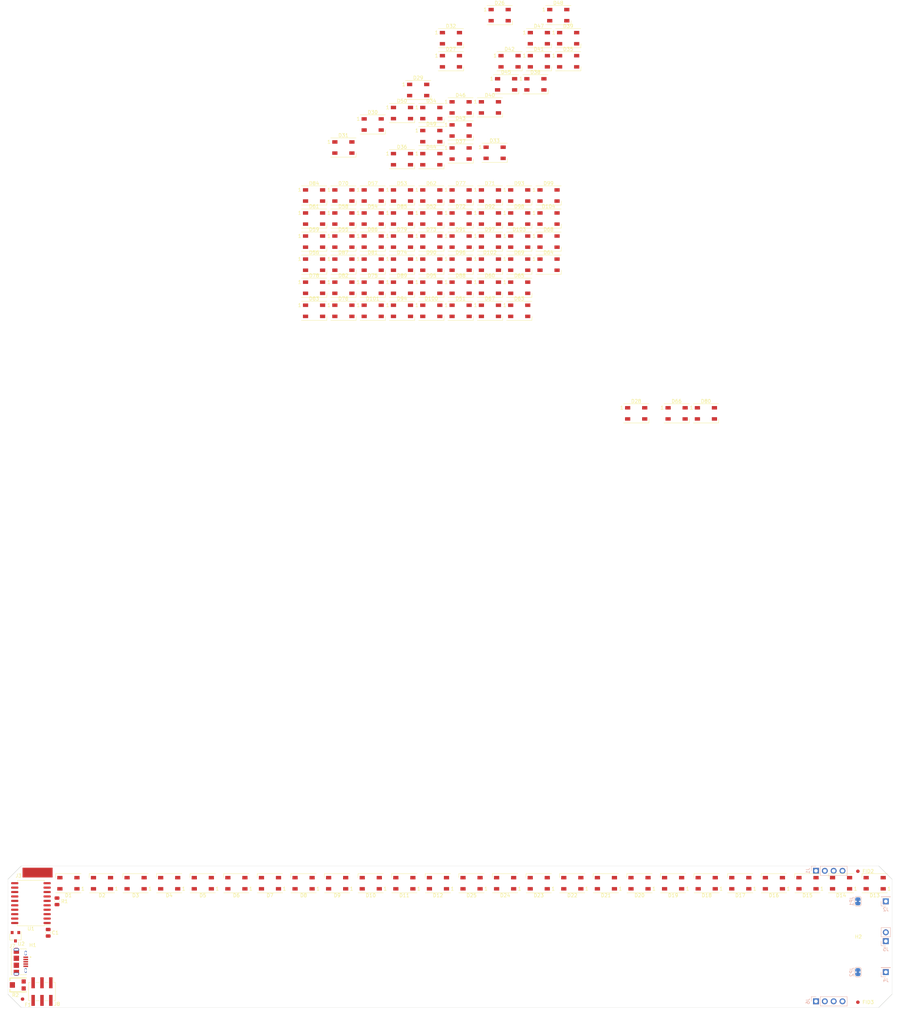
<source format=kicad_pcb>
(kicad_pcb (version 20171130) (host pcbnew "(5.1.5)-3")
  (layers (0 F.Cu signal) (31 B.Cu signal) (34 B.Paste user) (35 F.Paste user) (36 B.SilkS user) (37 F.SilkS user) (38 B.Mask user) (39 F.Mask user) (44 Edge.Cuts user))
  (net 0 "")
  (net 1 "Net-(D1-Pad2)")
  (net 2 "Net-(U1-Pad17)")
  (net 3 "Net-(U1-Pad15)")
  (net 4 "Net-(U1-Pad14)")
  (net 5 "Net-(U1-Pad13)")
  (net 6 "Net-(U1-Pad12)")
  (net 7 "Net-(U1-Pad10)")
  (net 8 "Net-(U1-Pad7)")
  (net 9 "Net-(U1-Pad6)")
  (net 10 "Net-(U1-Pad4)")
  (net 11 "Net-(U1-Pad3)")
  (net 12 "Net-(U1-Pad2)")
  (net 13 GND)
  (net 14 +5V)
  (net 15 UPDI_DATA)
  (net 16 "Net-(D2-Pad2)")
  (net 17 "Net-(D3-Pad2)")
  (net 18 "Net-(D4-Pad2)")
  (net 19 TxD)
  (net 20 RxD)
  (net 21 MAG)
  (net 22 "Net-(D5-Pad2)")
  (net 23 "Net-(D6-Pad2)")
  (net 24 LED_ROW0)
  (net 25 "Net-(D10-Pad2)")
  (net 26 "Net-(D10-Pad4)")
  (net 27 "Net-(D11-Pad2)")
  (net 28 "Net-(D12-Pad2)")
  (net 29 PTC)
  (net 30 BRIGHTNESS)
  (net 31 "Net-(D7-Pad2)")
  (net 32 "Net-(D8-Pad2)")
  (net 33 "Net-(D13-Pad2)")
  (net 34 "Net-(D13-Pad4)")
  (net 35 "Net-(D14-Pad4)")
  (net 36 "Net-(D15-Pad4)")
  (net 37 "Net-(D16-Pad4)")
  (net 38 "Net-(D17-Pad4)")
  (net 39 "Net-(D18-Pad4)")
  (net 40 "Net-(D19-Pad4)")
  (net 41 "Net-(D20-Pad4)")
  (net 42 "Net-(D21-Pad4)")
  (net 43 "Net-(D22-Pad4)")
  (net 44 "Net-(D23-Pad4)")
  (net 45 "Net-(D26-Pad2)")
  (net 46 "Net-(D27-Pad2)")
  (net 47 "Net-(D28-Pad2)")
  (net 48 "Net-(D29-Pad2)")
  (net 49 "Net-(D30-Pad2)")
  (net 50 "Net-(D31-Pad2)")
  (net 51 "Net-(D32-Pad2)")
  (net 52 "Net-(D33-Pad2)")
  (net 53 "Net-(D34-Pad2)")
  (net 54 "Net-(D35-Pad2)")
  (net 55 "Net-(D36-Pad2)")
  (net 56 LED_CONT)
  (net 57 "Net-(D39-Pad4)")
  (net 58 "Net-(D40-Pad4)")
  (net 59 "Net-(D41-Pad4)")
  (net 60 "Net-(D42-Pad4)")
  (net 61 "Net-(D43-Pad4)")
  (net 62 "Net-(D44-Pad4)")
  (net 63 "Net-(D45-Pad4)")
  (net 64 "Net-(D46-Pad4)")
  (net 65 "Net-(D47-Pad4)")
  (net 66 "Net-(D51-Pad2)")
  (net 67 "Net-(D52-Pad2)")
  (net 68 "Net-(D53-Pad2)")
  (net 69 "Net-(D54-Pad2)")
  (net 70 "Net-(D55-Pad2)")
  (net 71 "Net-(D56-Pad2)")
  (net 72 "Net-(D57-Pad2)")
  (net 73 "Net-(D58-Pad2)")
  (net 74 "Net-(D59-Pad2)")
  (net 75 "Net-(D60-Pad2)")
  (net 76 "Net-(D61-Pad2)")
  (net 77 "Net-(D62-Pad2)")
  (net 78 "Net-(D64-Pad4)")
  (net 79 "Net-(D65-Pad4)")
  (net 80 "Net-(D66-Pad4)")
  (net 81 "Net-(D67-Pad4)")
  (net 82 "Net-(D68-Pad4)")
  (net 83 "Net-(D69-Pad4)")
  (net 84 "Net-(D70-Pad4)")
  (net 85 "Net-(D71-Pad4)")
  (net 86 "Net-(D72-Pad4)")
  (net 87 "Net-(D73-Pad4)")
  (net 88 "Net-(D78-Pad2)")
  (net 89 "Net-(D79-Pad2)")
  (net 90 "Net-(D80-Pad2)")
  (net 91 "Net-(D81-Pad2)")
  (net 92 "Net-(D82-Pad2)")
  (net 93 "Net-(D83-Pad2)")
  (net 94 "Net-(D84-Pad2)")
  (net 95 "Net-(D85-Pad2)")
  (net 96 "Net-(D86-Pad2)")
  (net 97 "Net-(D100-Pad4)")
  (net 98 "Net-(D88-Pad2)")
  (net 99 "Net-(D92-Pad4)")
  (net 100 "Net-(D93-Pad4)")
  (net 101 "Net-(D94-Pad4)")
  (net 102 "Net-(D95-Pad4)")
  (net 103 "Net-(D96-Pad4)")
  (net 104 "Net-(D97-Pad4)")
  (net 105 "Net-(D98-Pad4)")
  (net 106 "Net-(D100-Pad2)")
  (net 107 "Net-(R1-Pad2)")
  (net 108 "Net-(D24-Pad4)")
  (net 109 "Net-(D37-Pad2)")
  (net 110 "Net-(D38-Pad2)")
  (net 111 "Net-(D48-Pad4)")
  (net 112 "Net-(D49-Pad4)")
  (net 113 "Net-(D63-Pad2)")
  (net 114 "Net-(D64-Pad2)")
  (net 115 "Net-(D74-Pad4)")
  (net 116 "Net-(D75-Pad4)")
  (net 117 "Net-(D76-Pad4)")
  (net 118 "Net-(D87-Pad2)")
  (net 119 "Net-(D89-Pad2)")
  (net 120 "Net-(D90-Pad2)")
  (net 121 "Net-(D104-Pad4)")
  (net 122 "Net-(D92-Pad2)")
  (net 123 "Net-(D101-Pad4)")
  (net 124 "Net-(D102-Pad4)")
  (net 125 "Net-(D103-Pad4)")
  (net 126 "Net-(J7-PadS1)")
  (net 127 "Net-(J7-Pad4)")
  (net 128 "Net-(J7-Pad3)")
  (net 129 "Net-(J7-Pad2)")
  (net 130 "Net-(J8-Pad5)")
  (net 131 "Net-(J8-Pad4)")
  (net 132 "Net-(J8-Pad3)")
  (module Connector_PinHeader_2.54mm:PinHeader_1x02_P2.54mm_Vertical (layer B.Cu) (at 277.622 97.79)
    (fp_text reference J5 (at 0 2.33) (layer B.SilkS) (effects (justify mirror)))
    (fp_text value Conn_01x02)
    (pad 2 thru_hole oval (at 0 -2.54) (size 1.7 1.7) (drill 1) (layers *.Cu *.Mask) (net 14 +5V))
    (pad 1 thru_hole rect (at 0 0) (size 1.7 1.7) (drill 1) (layers *.Cu *.Mask) (net 13 GND))
  )
  (module Connector_PinHeader_2.54mm:PinHeader_1x01_P2.54mm_Vertical (layer B.Cu) (at 277.622 106.68)
    (fp_text reference J4 (at 0 2.33) (layer B.SilkS) (effects (justify mirror)))
    (fp_text value Conn_01x01)
    (pad 1 thru_hole rect (at 0 0) (size 1.7 1.7) (drill 1) (layers *.Cu *.Mask) (net 19 TxD))
  )
  (module Connector_PinHeader_2.54mm:PinHeader_1x01_P2.54mm_Vertical (layer B.Cu) (at 277.622 86.36)
    (fp_text reference J2 (at 0 2.33) (layer B.SilkS) (effects (justify mirror)))
    (fp_text value Conn_01x01)
    (pad 1 thru_hole rect (at 0 0) (size 1.7 1.7) (drill 1) (layers *.Cu *.Mask) (net 20 RxD))
  )
  (module WS2812B:LED_WS2812B_PLCC4_5.0x5.0mm_P3.2mm (layer F.Cu) (at 225.935 -53.721)
    (fp_text reference D80 (at 0 -3.5) (layer F.SilkS))
    (fp_text value WS2812B)
    (fp_text user 1 (at -4.15 -1.6) (layer F.SilkS))
    (pad 1 smd rect (at -2.45 -1.6) (size 1.5 1) (layers F.Cu F.Paste F.Mask) (net 14 +5V))
    (pad 2 smd rect (at -2.45 1.6) (size 1.5 1) (layers F.Cu F.Paste F.Mask) (net 90 "Net-(D80-Pad2)"))
    (pad 4 smd rect (at 2.45 -1.6) (size 1.5 1) (layers F.Cu F.Paste F.Mask) (net 89 "Net-(D79-Pad2)"))
    (pad 3 smd rect (at 2.45 1.6) (size 1.5 1) (layers F.Cu F.Paste F.Mask) (net 13 GND))
  )
  (module WS2812B:LED_WS2812B_PLCC4_5.0x5.0mm_P3.2mm (layer F.Cu) (at 217.515 -53.721)
    (fp_text reference D66 (at 0 -3.5) (layer F.SilkS))
    (fp_text value WS2812B)
    (fp_text user 1 (at -4.15 -1.6) (layer F.SilkS))
    (pad 1 smd rect (at -2.45 -1.6) (size 1.5 1) (layers F.Cu F.Paste F.Mask) (net 14 +5V))
    (pad 2 smd rect (at -2.45 1.6) (size 1.5 1) (layers F.Cu F.Paste F.Mask) (net 79 "Net-(D65-Pad4)"))
    (pad 4 smd rect (at 2.45 -1.6) (size 1.5 1) (layers F.Cu F.Paste F.Mask) (net 80 "Net-(D66-Pad4)"))
    (pad 3 smd rect (at 2.45 1.6) (size 1.5 1) (layers F.Cu F.Paste F.Mask) (net 13 GND))
  )
  (module WS2812B:LED_WS2812B_PLCC4_5.0x5.0mm_P3.2mm (layer F.Cu) (at 205.905 -53.721)
    (fp_text reference D28 (at 0 -3.5) (layer F.SilkS))
    (fp_text value WS2812B)
    (fp_text user 1 (at -4.15 -1.6) (layer F.SilkS))
    (pad 1 smd rect (at -2.45 -1.6) (size 1.5 1) (layers F.Cu F.Paste F.Mask) (net 14 +5V))
    (pad 2 smd rect (at -2.45 1.6) (size 1.5 1) (layers F.Cu F.Paste F.Mask) (net 47 "Net-(D28-Pad2)"))
    (pad 4 smd rect (at 2.45 -1.6) (size 1.5 1) (layers F.Cu F.Paste F.Mask) (net 46 "Net-(D27-Pad2)"))
    (pad 3 smd rect (at 2.45 1.6) (size 1.5 1) (layers F.Cu F.Paste F.Mask) (net 13 GND))
  )
  (module WS2812B:LED_WS2812B_PLCC4_5.0x5.0mm_P3.2mm (layer F.Cu) (at 274.4216 81.1657 180)
    (fp_text reference D13 (at 0 -3.5) (layer F.SilkS))
    (fp_text value WS2812B)
    (fp_text user 1 (at -4.15 -1.6) (layer F.SilkS))
    (pad 1 smd rect (at -2.45 -1.6 180) (size 1.5 1) (layers F.Cu F.Paste F.Mask) (net 14 +5V))
    (pad 2 smd rect (at -2.45 1.6 180) (size 1.5 1) (layers F.Cu F.Paste F.Mask) (net 33 "Net-(D13-Pad2)"))
    (pad 4 smd rect (at 2.45 -1.6 180) (size 1.5 1) (layers F.Cu F.Paste F.Mask) (net 34 "Net-(D13-Pad4)"))
    (pad 3 smd rect (at 2.45 1.6 180) (size 1.5 1) (layers F.Cu F.Paste F.Mask) (net 13 GND))
  )
  (module Package_TO_SOT_SMD:SC-59 (layer F.Cu) (at 27.559 96.52 270)
    (fp_text reference U2 (at 2.032 -1.651 180) (layer F.SilkS))
    (fp_text value SI7211-B-00-IV)
    (pad 3 smd rect (at 1.2 0 270) (size 0.9 0.8) (layers F.Cu F.Paste F.Mask) (net 21 MAG))
    (pad 2 smd rect (at -1.2 0.95 270) (size 0.9 0.8) (layers F.Cu F.Paste F.Mask) (net 13 GND))
    (pad 1 smd rect (at -1.2 -0.95 270) (size 0.9 0.8) (layers F.Cu F.Paste F.Mask) (net 14 +5V))
  )
  (module Package_SO:SOIC-20W_7.5x12.8mm_P1.27mm (layer F.Cu) (at 32.004 86.868 180)
    (fp_text reference U1 (at 0 -7.35) (layer F.SilkS))
    (fp_text value ATtiny3216-S)
    (pad 20 smd roundrect (at 4.65 -5.715 180) (size 2.05 0.6) (layers F.Cu F.Paste F.Mask) (net 13 GND))
    (pad 19 smd roundrect (at 4.65 -4.445 180) (size 2.05 0.6) (layers F.Cu F.Paste F.Mask) (net 21 MAG))
    (pad 18 smd roundrect (at 4.65 -3.175 180) (size 2.05 0.6) (layers F.Cu F.Paste F.Mask) (net 30 BRIGHTNESS))
    (pad 17 smd roundrect (at 4.65 -1.905 180) (size 2.05 0.6) (layers F.Cu F.Paste F.Mask) (net 2 "Net-(U1-Pad17)"))
    (pad 16 smd roundrect (at 4.65 -0.635 180) (size 2.05 0.6) (layers F.Cu F.Paste F.Mask) (net 15 UPDI_DATA))
    (pad 15 smd roundrect (at 4.65 0.635 180) (size 2.05 0.6) (layers F.Cu F.Paste F.Mask) (net 3 "Net-(U1-Pad15)"))
    (pad 14 smd roundrect (at 4.65 1.905 180) (size 2.05 0.6) (layers F.Cu F.Paste F.Mask) (net 4 "Net-(U1-Pad14)"))
    (pad 13 smd roundrect (at 4.65 3.175 180) (size 2.05 0.6) (layers F.Cu F.Paste F.Mask) (net 5 "Net-(U1-Pad13)"))
    (pad 12 smd roundrect (at 4.65 4.445 180) (size 2.05 0.6) (layers F.Cu F.Paste F.Mask) (net 6 "Net-(U1-Pad12)"))
    (pad 11 smd roundrect (at 4.65 5.715 180) (size 2.05 0.6) (layers F.Cu F.Paste F.Mask) (net 29 PTC))
    (pad 10 smd roundrect (at -4.65 5.715 180) (size 2.05 0.6) (layers F.Cu F.Paste F.Mask) (net 7 "Net-(U1-Pad10)"))
    (pad 9 smd roundrect (at -4.65 4.445 180) (size 2.05 0.6) (layers F.Cu F.Paste F.Mask) (net 19 TxD))
    (pad 8 smd roundrect (at -4.65 3.175 180) (size 2.05 0.6) (layers F.Cu F.Paste F.Mask) (net 20 RxD))
    (pad 7 smd roundrect (at -4.65 1.905 180) (size 2.05 0.6) (layers F.Cu F.Paste F.Mask) (net 8 "Net-(U1-Pad7)"))
    (pad 6 smd roundrect (at -4.65 0.635 180) (size 2.05 0.6) (layers F.Cu F.Paste F.Mask) (net 9 "Net-(U1-Pad6)"))
    (pad 5 smd roundrect (at -4.65 -0.635 180) (size 2.05 0.6) (layers F.Cu F.Paste F.Mask) (net 107 "Net-(R1-Pad2)"))
    (pad 4 smd roundrect (at -4.65 -1.905 180) (size 2.05 0.6) (layers F.Cu F.Paste F.Mask) (net 10 "Net-(U1-Pad4)"))
    (pad 3 smd roundrect (at -4.65 -3.175 180) (size 2.05 0.6) (layers F.Cu F.Paste F.Mask) (net 11 "Net-(U1-Pad3)"))
    (pad 2 smd roundrect (at -4.65 -4.445 180) (size 2.05 0.6) (layers F.Cu F.Paste F.Mask) (net 12 "Net-(U1-Pad2)"))
    (pad 1 smd roundrect (at -4.65 -5.715 180) (size 2.05 0.6) (layers F.Cu F.Paste F.Mask) (net 14 +5V))
  )
  (module TC33X-2-103E:35WR (layer F.Cu) (at 28.32 110.363 90)
    (fp_text reference R2 (at -2.921 -0.761) (layer F.SilkS) (effects (font (size 1.001276 1.001276))))
    (fp_text value TC33X-2-103E)
    (pad 2 smd rect (at 0 -1.65 90) (size 1.6 1.5) (layers F.Cu F.Paste F.Mask) (net 30 BRIGHTNESS))
    (pad 3 smd rect (at 1 1.6 90) (size 1.2 1.2) (layers F.Cu F.Paste F.Mask) (net 13 GND))
    (pad 1 smd rect (at -1 1.6 90) (size 1.2 1.2) (layers F.Cu F.Paste F.Mask) (net 14 +5V))
  )
  (module Resistor_SMD:R_0805_2012Metric (layer F.Cu) (at 39.497 86.36 270)
    (fp_text reference R1 (at 0 -2.159 180) (layer F.SilkS))
    (fp_text value 470R)
    (pad 2 smd roundrect (at 0.9375 0 270) (size 0.975 1.4) (layers F.Cu F.Paste F.Mask) (net 107 "Net-(R1-Pad2)"))
    (pad 1 smd roundrect (at -0.9375 0 270) (size 0.975 1.4) (layers F.Cu F.Paste F.Mask) (net 24 LED_ROW0))
  )
  (module Jumper:SolderJumper-2_P1.3mm_Bridged_RoundedPad1.0x1.5mm (layer B.Cu) (at 269.5956 106.68 270)
    (fp_text reference JP2 (at 0 1.8 90) (layer B.SilkS) (effects (justify mirror)))
    (fp_text value SolderJumper_2_Bridged)
    (fp_poly (pts (xy 0.25 0.3) (xy -0.25 0.3) (xy -0.25 -0.3) (xy 0.25 -0.3)) (layer B.Cu) (width 0))
    (pad 1 smd custom (at -0.65 0 270) (size 1 0.5) (layers B.Cu B.Mask) (net 78 "Net-(D64-Pad4)") (options (clearance outline) (anchor rect)) (primitives (gr_circle (center 0 -0.25) (end 0.5 -0.25) (width 0)) (gr_circle (center 0 0.25) (end 0.5 0.25) (width 0)) (gr_poly (pts (xy 0 0.75) (xy 0.5 0.75) (xy 0.5 -0.75) (xy 0 -0.75)) (width 0))))
    (pad 2 smd custom (at 0.65 0 270) (size 1 0.5) (layers B.Cu B.Mask) (net 88 "Net-(D78-Pad2)") (options (clearance outline) (anchor rect)) (primitives (gr_circle (center 0 -0.25) (end 0.5 -0.25) (width 0)) (gr_circle (center 0 0.25) (end 0.5 0.25) (width 0)) (gr_poly (pts (xy 0 0.75) (xy -0.5 0.75) (xy -0.5 -0.75) (xy 0 -0.75)) (width 0))))
  )
  (module Jumper:SolderJumper-2_P1.3mm_Bridged_RoundedPad1.0x1.5mm (layer B.Cu) (at 269.5956 86.36 270)
    (fp_text reference JP1 (at 0 1.8 90) (layer B.SilkS) (effects (justify mirror)))
    (fp_text value SolderJumper_2_Bridged)
    (fp_poly (pts (xy 0.25 0.3) (xy -0.25 0.3) (xy -0.25 -0.3) (xy 0.25 -0.3)) (layer B.Cu) (width 0))
    (pad 1 smd custom (at -0.65 0 270) (size 1 0.5) (layers B.Cu B.Mask) (net 34 "Net-(D13-Pad4)") (options (clearance outline) (anchor rect)) (primitives (gr_circle (center 0 -0.25) (end 0.5 -0.25) (width 0)) (gr_circle (center 0 0.25) (end 0.5 0.25) (width 0)) (gr_poly (pts (xy 0 0.75) (xy 0.5 0.75) (xy 0.5 -0.75) (xy 0 -0.75)) (width 0))))
    (pad 2 smd custom (at 0.65 0 270) (size 1 0.5) (layers B.Cu B.Mask) (net 45 "Net-(D26-Pad2)") (options (clearance outline) (anchor rect)) (primitives (gr_circle (center 0 -0.25) (end 0.5 -0.25) (width 0)) (gr_circle (center 0 0.25) (end 0.5 0.25) (width 0)) (gr_poly (pts (xy 0 0.75) (xy -0.5 0.75) (xy -0.5 -0.75) (xy 0 -0.75)) (width 0))))
  )
  (module Connector_PinHeader_2.54mm:PinHeader_2x03_P2.54mm_Vertical_SMD (layer F.Cu) (at 35.179 112.268 270)
    (fp_text reference J8 (at 3.556 -4.318 180) (layer F.SilkS))
    (fp_text value Conn_02x03_Odd_Even)
    (pad 6 smd rect (at 2.525 2.54 270) (size 3.15 1) (layers F.Cu F.Paste F.Mask) (net 13 GND))
    (pad 5 smd rect (at -2.525 2.54 270) (size 3.15 1) (layers F.Cu F.Paste F.Mask) (net 130 "Net-(J8-Pad5)"))
    (pad 4 smd rect (at 2.525 0 270) (size 3.15 1) (layers F.Cu F.Paste F.Mask) (net 131 "Net-(J8-Pad4)"))
    (pad 3 smd rect (at -2.525 0 270) (size 3.15 1) (layers F.Cu F.Paste F.Mask) (net 132 "Net-(J8-Pad3)"))
    (pad 2 smd rect (at 2.525 -2.54 270) (size 3.15 1) (layers F.Cu F.Paste F.Mask) (net 14 +5V))
    (pad 1 smd rect (at -2.525 -2.54 270) (size 3.15 1) (layers F.Cu F.Paste F.Mask) (net 15 UPDI_DATA))
  )
  (module microUSB:AMPHENOL_10118194-0001LF (layer F.Cu) (at 27.813 103.7082 270)
    (fp_text reference J7 (at -4.5212 1.143 180) (layer F.SilkS) (effects (font (size 1.000953 1.000953))))
    (fp_text value 10118194-0001LF)
    (fp_poly (pts (xy 2.3 0.78) (xy 2.3 -0.775) (xy 3.4975 -0.775) (xy 3.4975 -0.575) (xy 3.485731 -0.574662) (xy 3.472748 -0.57364) (xy 3.459836 -0.571941) (xy 3.447031 -0.569567) (xy 3.434368 -0.566527) (xy 3.421881 -0.562828) (xy 3.409605 -0.558481) (xy 3.397573 -0.553497) (xy 3.385818 -0.547891) (xy 3.374373 -0.541677) (xy 3.363269 -0.534872) (xy 3.352537 -0.527496) (xy 3.342205 -0.519567) (xy 3.332302 -0.51111) (xy 3.322855 -0.502145) (xy 3.31389 -0.492698) (xy 3.305433 -0.482795) (xy 3.297504 -0.472463) (xy 3.290128 -0.461731) (xy 3.283323 -0.450627) (xy 3.277109 -0.439182) (xy 3.271503 -0.427427) (xy 3.266519 -0.415395) (xy 3.262172 -0.403119) (xy 3.258473 -0.390632) (xy 3.255433 -0.377969) (xy 3.253059 -0.365164) (xy 3.25136 -0.352252) (xy 3.250338 -0.339269) (xy 3.25 -0.325) (xy 3.25 -0.315) (xy 3.25 0.315) (xy 3.25 0.325) (xy 3.250343 0.338084) (xy 3.25137 0.351132) (xy 3.253078 0.364109) (xy 3.255463 0.376978) (xy 3.258519 0.389705) (xy 3.262236 0.402254) (xy 3.266605 0.414592) (xy 3.271614 0.426684) (xy 3.277248 0.438498) (xy 3.283494 0.45) (xy 3.290332 0.46116) (xy 3.297746 0.471946) (xy 3.305714 0.48233) (xy 3.314214 0.492283) (xy 3.323223 0.501777) (xy 3.332717 0.510786) (xy 3.34267 0.519286) (xy 3.353054 0.527254) (xy 3.36384 0.534668) (xy 3.375 0.541506) (xy 3.386502 0.547752) (xy 3.398316 0.553386) (xy 3.410408 0.558395) (xy 3.422746 0.562764) (xy 3.435295 0.566481) (xy 3.448022 0.569537) (xy 3.460891 0.571922) (xy 3.473868 0.57363) (xy 3.486916 0.574657) (xy 3.5 0.575) (xy 3.513084 0.574657) (xy 3.526132 0.57363) (xy 3.539109 0.571922) (xy 3.551978 0.569537) (xy 3.564705 0.566481) (xy 3.577254 0.562764) (xy 3.589592 0.558395) (xy 3.601684 0.553386) (xy 3.613498 0.547752) (xy 3.625 0.541506) (xy 3.63616 0.534668) (xy 3.646946 0.527254) (xy 3.65733 0.519286) (xy 3.667283 0.510786) (xy 3.676777 0.501777) (xy 3.685786 0.492283) (xy 3.694286 0.48233) (xy 3.702254 0.471946) (xy 3.709668 0.46116) (xy 3.716506 0.45) (xy 3.722752 0.438498) (xy 3.728386 0.426684) (xy 3.733395 0.414592) (xy 3.737764 0.402254) (xy 3.741481 0.389705) (xy 3.744537 0.376978) (xy 3.746922 0.364109) (xy 3.74863 0.351132) (xy 3.749657 0.338084) (xy 3.75 0.325) (xy 3.75 -0.325) (xy 3.749662 -0.339269) (xy 3.74864 -0.352252) (xy 3.746941 -0.365164) (xy 3.744567 -0.377969) (xy 3.741527 -0.390632) (xy 3.737828 -0.403119) (xy 3.733481 -0.415395) (xy 3.728497 -0.427427) (xy 3.722891 -0.439182) (xy 3.716677 -0.450627) (xy 3.709872 -0.461731) (xy 3.702496 -0.472463) (xy 3.694567 -0.482795) (xy 3.68611 -0.492698) (xy 3.677145 -0.502145) (xy 3.667698 -0.51111) (xy 3.657795 -0.519567) (xy 3.647463 -0.527496) (xy 3.636731 -0.534872) (xy 3.625627 -0.541677) (xy 3.614182 -0.547891) (xy 3.602427 -0.553497) (xy 3.590395 -0.558481) (xy 3.578119 -0.562828) (xy 3.565632 -0.566527) (xy 3.552969 -0.569567) (xy 3.540164 -0.571941) (xy 3.527252 -0.57364) (xy 3.514269 -0.574662) (xy 3.5025 -0.575) (xy 3.5025 -0.775) (xy 3.527353 -0.774318) (xy 3.553384 -0.772269) (xy 3.579272 -0.768861) (xy 3.604946 -0.764103) (xy 3.630336 -0.758007) (xy 3.655373 -0.750591) (xy 3.679987 -0.741875) (xy 3.704111 -0.731882) (xy 3.727678 -0.720641) (xy 3.750626 -0.708182) (xy 3.77289 -0.694538) (xy 3.794409 -0.679748) (xy 3.815125 -0.663853) (xy 3.83498 -0.646895) (xy 3.853921 -0.628921) (xy 3.871895 -0.60998) (xy 3.888853 -0.590125) (xy 3.904748 -0.569409) (xy 3.919538 -0.54789) (xy 3.933182 -0.525626) (xy 3.945641 -0.502678) (xy 3.956882 -0.479111) (xy 3.966875 -0.454987) (xy 3.975591 -0.430373) (xy 3.983007 -0.405336) (xy 3.989103 -0.379946) (xy 3.993861 -0.354272) (xy 3.997269 -0.328384) (xy 3.999318 -0.302353) (xy 4 -0.275) (xy 4 0.275) (xy 3.999315 0.301168) (xy 3.997261 0.327264) (xy 3.993844 0.353217) (xy 3.989074 0.378956) (xy 3.982963 0.40441) (xy 3.975528 0.429508) (xy 3.96679 0.454184) (xy 3.956773 0.478368) (xy 3.945503 0.501995) (xy 3.933013 0.525) (xy 3.919335 0.54732) (xy 3.904508 0.568893) (xy 3.888573 0.58966) (xy 3.871572 0.609565) (xy 3.853553 0.628553) (xy 3.834565 0.646572) (xy 3.81466 0.663573) (xy 3.793893 0.679508) (xy 3.77232 0.694335) (xy 3.75 0.708013) (xy 3.726995 0.720503) (xy 3.703368 0.731773) (xy 3.679184 0.74179) (xy 3.654508 0.750528) (xy 3.62941 0.757963) (xy 3.603956 0.764074) (xy 3.578217 0.768844) (xy 3.552264 0.772261) (xy 3.526168 0.774315) (xy 3.5 0.775) (xy 2.305 0.775) (xy 2.305 0.78) (xy 2.3 0.78)) (layer F.Cu) (width 0.001))
    (fp_poly (pts (xy -2.3 -0.78) (xy -2.3 0.775) (xy -3.4975 0.775) (xy -3.4975 0.575) (xy -3.485731 0.574662) (xy -3.472748 0.57364) (xy -3.459836 0.571941) (xy -3.447031 0.569567) (xy -3.434368 0.566527) (xy -3.421881 0.562828) (xy -3.409605 0.558481) (xy -3.397573 0.553497) (xy -3.385818 0.547891) (xy -3.374373 0.541677) (xy -3.363269 0.534872) (xy -3.352537 0.527496) (xy -3.342205 0.519567) (xy -3.332302 0.51111) (xy -3.322855 0.502145) (xy -3.31389 0.492698) (xy -3.305433 0.482795) (xy -3.297504 0.472463) (xy -3.290128 0.461731) (xy -3.283323 0.450627) (xy -3.277109 0.439182) (xy -3.271503 0.427427) (xy -3.266519 0.415395) (xy -3.262172 0.403119) (xy -3.258473 0.390632) (xy -3.255433 0.377969) (xy -3.253059 0.365164) (xy -3.25136 0.352252) (xy -3.250338 0.339269) (xy -3.25 0.325) (xy -3.25 0.315) (xy -3.25 -0.315) (xy -3.25 -0.325) (xy -3.250343 -0.338084) (xy -3.25137 -0.351132) (xy -3.253078 -0.364109) (xy -3.255463 -0.376978) (xy -3.258519 -0.389705) (xy -3.262236 -0.402254) (xy -3.266605 -0.414592) (xy -3.271614 -0.426684) (xy -3.277248 -0.438498) (xy -3.283494 -0.45) (xy -3.290332 -0.46116) (xy -3.297746 -0.471946) (xy -3.305714 -0.48233) (xy -3.314214 -0.492283) (xy -3.323223 -0.501777) (xy -3.332717 -0.510786) (xy -3.34267 -0.519286) (xy -3.353054 -0.527254) (xy -3.36384 -0.534668) (xy -3.375 -0.541506) (xy -3.386502 -0.547752) (xy -3.398316 -0.553386) (xy -3.410408 -0.558395) (xy -3.422746 -0.562764) (xy -3.435295 -0.566481) (xy -3.448022 -0.569537) (xy -3.460891 -0.571922) (xy -3.473868 -0.57363) (xy -3.486916 -0.574657) (xy -3.5 -0.575) (xy -3.513084 -0.574657) (xy -3.526132 -0.57363) (xy -3.539109 -0.571922) (xy -3.551978 -0.569537) (xy -3.564705 -0.566481) (xy -3.577254 -0.562764) (xy -3.589592 -0.558395) (xy -3.601684 -0.553386) (xy -3.613498 -0.547752) (xy -3.625 -0.541506) (xy -3.63616 -0.534668) (xy -3.646946 -0.527254) (xy -3.65733 -0.519286) (xy -3.667283 -0.510786) (xy -3.676777 -0.501777) (xy -3.685786 -0.492283) (xy -3.694286 -0.48233) (xy -3.702254 -0.471946) (xy -3.709668 -0.46116) (xy -3.716506 -0.45) (xy -3.722752 -0.438498) (xy -3.728386 -0.426684) (xy -3.733395 -0.414592) (xy -3.737764 -0.402254) (xy -3.741481 -0.389705) (xy -3.744537 -0.376978) (xy -3.746922 -0.364109) (xy -3.74863 -0.351132) (xy -3.749657 -0.338084) (xy -3.75 -0.325) (xy -3.75 0.325) (xy -3.749662 0.339269) (xy -3.74864 0.352252) (xy -3.746941 0.365164) (xy -3.744567 0.377969) (xy -3.741527 0.390632) (xy -3.737828 0.403119) (xy -3.733481 0.415395) (xy -3.728497 0.427427) (xy -3.722891 0.439182) (xy -3.716677 0.450627) (xy -3.709872 0.461731) (xy -3.702496 0.472463) (xy -3.694567 0.482795) (xy -3.68611 0.492698) (xy -3.677145 0.502145) (xy -3.667698 0.51111) (xy -3.657795 0.519567) (xy -3.647463 0.527496) (xy -3.636731 0.534872) (xy -3.625627 0.541677) (xy -3.614182 0.547891) (xy -3.602427 0.553497) (xy -3.590395 0.558481) (xy -3.578119 0.562828) (xy -3.565632 0.566527) (xy -3.552969 0.569567) (xy -3.540164 0.571941) (xy -3.527252 0.57364) (xy -3.514269 0.574662) (xy -3.5025 0.575) (xy -3.5025 0.775) (xy -3.527353 0.774318) (xy -3.553384 0.772269) (xy -3.579272 0.768861) (xy -3.604946 0.764103) (xy -3.630336 0.758007) (xy -3.655373 0.750591) (xy -3.679987 0.741875) (xy -3.704111 0.731882) (xy -3.727678 0.720641) (xy -3.750626 0.708182) (xy -3.77289 0.694538) (xy -3.794409 0.679748) (xy -3.815125 0.663853) (xy -3.83498 0.646895) (xy -3.853921 0.628921) (xy -3.871895 0.60998) (xy -3.888853 0.590125) (xy -3.904748 0.569409) (xy -3.919538 0.54789) (xy -3.933182 0.525626) (xy -3.945641 0.502678) (xy -3.956882 0.479111) (xy -3.966875 0.454987) (xy -3.975591 0.430373) (xy -3.983007 0.405336) (xy -3.989103 0.379946) (xy -3.993861 0.354272) (xy -3.997269 0.328384) (xy -3.999318 0.302353) (xy -4 0.275) (xy -4 -0.275) (xy -3.999315 -0.301168) (xy -3.997261 -0.327264) (xy -3.993844 -0.353217) (xy -3.989074 -0.378956) (xy -3.982963 -0.40441) (xy -3.975528 -0.429508) (xy -3.96679 -0.454184) (xy -3.956773 -0.478368) (xy -3.945503 -0.501995) (xy -3.933013 -0.525) (xy -3.919335 -0.54732) (xy -3.904508 -0.568893) (xy -3.888573 -0.58966) (xy -3.871572 -0.609565) (xy -3.853553 -0.628553) (xy -3.834565 -0.646572) (xy -3.81466 -0.663573) (xy -3.793893 -0.679508) (xy -3.77232 -0.694335) (xy -3.75 -0.708013) (xy -3.726995 -0.720503) (xy -3.703368 -0.731773) (xy -3.679184 -0.74179) (xy -3.654508 -0.750528) (xy -3.62941 -0.757963) (xy -3.603956 -0.764074) (xy -3.578217 -0.768844) (xy -3.552264 -0.772261) (xy -3.526168 -0.774315) (xy -3.5 -0.775) (xy -2.305 -0.775) (xy -2.305 -0.78) (xy -2.3 -0.78)) (layer F.Cu) (width 0.001))
    (pad S6 thru_hole oval (at 3.5 0 270) (size 0.775 1.55) (drill oval 0.5 1.15) (layers *.Cu *.Mask) (net 126 "Net-(J7-PadS1)"))
    (pad S5 smd rect (at 1 0 270) (size 1.5 1.55) (layers F.Cu F.Paste F.Mask) (net 126 "Net-(J7-PadS1)"))
    (pad S4 smd rect (at -1 0 270) (size 1.5 1.55) (layers F.Cu F.Paste F.Mask) (net 126 "Net-(J7-PadS1)"))
    (pad S3 thru_hole oval (at -3.5 0 270) (size 0.775 1.55) (drill oval 0.5 1.15) (layers *.Cu *.Mask) (net 126 "Net-(J7-PadS1)"))
    (pad S2 thru_hole oval (at 2.5 -2.7 270) (size 1.3 0.65) (drill oval 0.85 0.55) (layers *.Cu *.Mask) (net 126 "Net-(J7-PadS1)"))
    (pad S1 thru_hole oval (at -2.5 -2.7 270) (size 1.3 0.65) (drill oval 0.85 0.55) (layers *.Cu *.Mask) (net 126 "Net-(J7-PadS1)"))
    (pad 5 smd rect (at 1.3 -2.7 270) (size 0.4 1.35) (layers F.Cu F.Paste F.Mask) (net 13 GND))
    (pad 4 smd rect (at 0.65 -2.7 270) (size 0.4 1.35) (layers F.Cu F.Paste F.Mask) (net 127 "Net-(J7-Pad4)"))
    (pad 3 smd rect (at 0 -2.7 270) (size 0.4 1.35) (layers F.Cu F.Paste F.Mask) (net 128 "Net-(J7-Pad3)"))
    (pad 2 smd rect (at -0.65 -2.7 270) (size 0.4 1.35) (layers F.Cu F.Paste F.Mask) (net 129 "Net-(J7-Pad2)"))
    (pad 1 smd rect (at -1.3 -2.7 270) (size 0.4 1.35) (layers F.Cu F.Paste F.Mask) (net 14 +5V))
  )
  (module Connector_PinHeader_2.54mm:PinHeader_1x04_P2.54mm_Vertical (layer B.Cu) (at 257.556 115.062 270)
    (fp_text reference J6 (at 0 2.33 90) (layer B.SilkS) (effects (justify mirror)))
    (fp_text value Conn_01x04)
    (pad 4 thru_hole oval (at 0 -7.62 270) (size 1.7 1.7) (drill 1) (layers *.Cu *.Mask) (net 20 RxD))
    (pad 3 thru_hole oval (at 0 -5.08 270) (size 1.7 1.7) (drill 1) (layers *.Cu *.Mask) (net 19 TxD))
    (pad 2 thru_hole oval (at 0 -2.54 270) (size 1.7 1.7) (drill 1) (layers *.Cu *.Mask) (net 13 GND))
    (pad 1 thru_hole rect (at 0 0 270) (size 1.7 1.7) (drill 1) (layers *.Cu *.Mask) (net 14 +5V))
  )
  (module PTC:cap_touch (layer F.Cu) (at 33.909 78.105)
    (fp_text reference J3 (at -5.461 0.889) (layer F.SilkS))
    (fp_text value Conn_01x01)
    (pad 1 smd rect (at 0 0) (size 8.636 2.794) (layers F.Cu F.Paste F.Mask) (net 29 PTC))
  )
  (module Connector_PinHeader_2.54mm:PinHeader_1x04_P2.54mm_Vertical (layer B.Cu) (at 257.556 77.597 270)
    (fp_text reference J1 (at 0 2.33 270) (layer B.SilkS) (effects (justify mirror)))
    (fp_text value Conn_01x04)
    (pad 4 thru_hole oval (at 0 -7.62 270) (size 1.7 1.7) (drill 1) (layers *.Cu *.Mask) (net 19 TxD))
    (pad 3 thru_hole oval (at 0 -5.08 270) (size 1.7 1.7) (drill 1) (layers *.Cu *.Mask) (net 20 RxD))
    (pad 2 thru_hole oval (at 0 -2.54 270) (size 1.7 1.7) (drill 1) (layers *.Cu *.Mask) (net 13 GND))
    (pad 1 thru_hole rect (at 0 0 270) (size 1.7 1.7) (drill 1) (layers *.Cu *.Mask) (net 14 +5V))
  )
  (module MountingHole:MountingHole_2.5mm (layer F.Cu) (at 272.288 96.52)
    (fp_text reference H2 (at -2.54 0) (layer F.SilkS))
    (fp_text value MountingHole)
    (pad 1 np_thru_hole circle (at 0 0) (size 2.5 2.5) (drill 2.5) (layers *.Cu *.Mask))
  )
  (module MountingHole:MountingHole_2.5mm (layer F.Cu) (at 32.512 96.52 180)
    (fp_text reference H1 (at 0 -2.413) (layer F.SilkS))
    (fp_text value MountingHole)
    (pad 1 np_thru_hole circle (at 0 0 180) (size 2.5 2.5) (drill 2.5) (layers *.Cu *.Mask))
  )
  (module Fiducial:Fiducial_1mm_Mask2mm (layer F.Cu) (at 269.5956 115.316)
    (fp_text reference FID3 (at 2.9464 0) (layer F.SilkS))
    (fp_text value Fiducial)
    (pad "" smd circle (at 0 0) (size 1 1) (layers F.Cu F.Mask) (clearance 0.5))
  )
  (module Fiducial:Fiducial_1mm_Mask2mm (layer F.Cu) (at 269.5956 77.724 180)
    (fp_text reference FID2 (at -2.9464 0) (layer F.SilkS))
    (fp_text value Fiducial)
    (pad "" smd circle (at 0 0 180) (size 1 1) (layers F.Cu F.Mask) (clearance 0.5))
  )
  (module Fiducial:Fiducial_1mm_Mask2mm (layer F.Cu) (at 29.591 114.427)
    (fp_text reference F1 (at 1.524 1.651) (layer F.SilkS))
    (fp_text value Fiducial)
    (pad "" smd circle (at 0 0) (size 1 1) (layers F.Cu F.Mask) (clearance 0.5))
  )
  (module WS2812B:LED_WS2812B_PLCC4_5.0x5.0mm_P3.2mm (layer F.Cu) (at 180.715 -109.645)
    (fp_text reference D104 (at 0 -3.5) (layer F.SilkS))
    (fp_text value WS2812B)
    (fp_text user 1 (at -4.15 -1.6) (layer F.SilkS))
    (pad 1 smd rect (at -2.45 -1.6) (size 1.5 1) (layers F.Cu F.Paste F.Mask) (net 14 +5V))
    (pad 2 smd rect (at -2.45 1.6) (size 1.5 1) (layers F.Cu F.Paste F.Mask) (net 125 "Net-(D103-Pad4)"))
    (pad 4 smd rect (at 2.45 -1.6) (size 1.5 1) (layers F.Cu F.Paste F.Mask) (net 121 "Net-(D104-Pad4)"))
    (pad 3 smd rect (at 2.45 1.6) (size 1.5 1) (layers F.Cu F.Paste F.Mask) (net 13 GND))
  )
  (module WS2812B:LED_WS2812B_PLCC4_5.0x5.0mm_P3.2mm (layer F.Cu) (at 172.295 -103.025)
    (fp_text reference D103 (at 0 -3.5) (layer F.SilkS))
    (fp_text value WS2812B)
    (fp_text user 1 (at -4.15 -1.6) (layer F.SilkS))
    (pad 1 smd rect (at -2.45 -1.6) (size 1.5 1) (layers F.Cu F.Paste F.Mask) (net 14 +5V))
    (pad 2 smd rect (at -2.45 1.6) (size 1.5 1) (layers F.Cu F.Paste F.Mask) (net 124 "Net-(D102-Pad4)"))
    (pad 4 smd rect (at 2.45 -1.6) (size 1.5 1) (layers F.Cu F.Paste F.Mask) (net 125 "Net-(D103-Pad4)"))
    (pad 3 smd rect (at 2.45 1.6) (size 1.5 1) (layers F.Cu F.Paste F.Mask) (net 13 GND))
  )
  (module WS2812B:LED_WS2812B_PLCC4_5.0x5.0mm_P3.2mm (layer F.Cu) (at 163.875 -96.405)
    (fp_text reference D102 (at 0 -3.5) (layer F.SilkS))
    (fp_text value WS2812B)
    (fp_text user 1 (at -4.15 -1.6) (layer F.SilkS))
    (pad 1 smd rect (at -2.45 -1.6) (size 1.5 1) (layers F.Cu F.Paste F.Mask) (net 14 +5V))
    (pad 2 smd rect (at -2.45 1.6) (size 1.5 1) (layers F.Cu F.Paste F.Mask) (net 123 "Net-(D101-Pad4)"))
    (pad 4 smd rect (at 2.45 -1.6) (size 1.5 1) (layers F.Cu F.Paste F.Mask) (net 124 "Net-(D102-Pad4)"))
    (pad 3 smd rect (at 2.45 1.6) (size 1.5 1) (layers F.Cu F.Paste F.Mask) (net 13 GND))
  )
  (module WS2812B:LED_WS2812B_PLCC4_5.0x5.0mm_P3.2mm (layer F.Cu) (at 130.195 -83.165)
    (fp_text reference D101 (at 0 -3.5) (layer F.SilkS))
    (fp_text value WS2812B)
    (fp_text user 1 (at -4.15 -1.6) (layer F.SilkS))
    (pad 1 smd rect (at -2.45 -1.6) (size 1.5 1) (layers F.Cu F.Paste F.Mask) (net 14 +5V))
    (pad 2 smd rect (at -2.45 1.6) (size 1.5 1) (layers F.Cu F.Paste F.Mask) (net 97 "Net-(D100-Pad4)"))
    (pad 4 smd rect (at 2.45 -1.6) (size 1.5 1) (layers F.Cu F.Paste F.Mask) (net 123 "Net-(D101-Pad4)"))
    (pad 3 smd rect (at 2.45 1.6) (size 1.5 1) (layers F.Cu F.Paste F.Mask) (net 13 GND))
  )
  (module WS2812B:LED_WS2812B_PLCC4_5.0x5.0mm_P3.2mm (layer F.Cu) (at 147.035 -83.165)
    (fp_text reference D100 (at 0 -3.5) (layer F.SilkS))
    (fp_text value WS2812B)
    (fp_text user 1 (at -4.15 -1.6) (layer F.SilkS))
    (pad 1 smd rect (at -2.45 -1.6) (size 1.5 1) (layers F.Cu F.Paste F.Mask) (net 14 +5V))
    (pad 2 smd rect (at -2.45 1.6) (size 1.5 1) (layers F.Cu F.Paste F.Mask) (net 106 "Net-(D100-Pad2)"))
    (pad 4 smd rect (at 2.45 -1.6) (size 1.5 1) (layers F.Cu F.Paste F.Mask) (net 97 "Net-(D100-Pad4)"))
    (pad 3 smd rect (at 2.45 1.6) (size 1.5 1) (layers F.Cu F.Paste F.Mask) (net 13 GND))
  )
  (module WS2812B:LED_WS2812B_PLCC4_5.0x5.0mm_P3.2mm (layer F.Cu) (at 180.715 -116.265)
    (fp_text reference D99 (at 0 -3.5) (layer F.SilkS))
    (fp_text value WS2812B)
    (fp_text user 1 (at -4.15 -1.6) (layer F.SilkS))
    (pad 1 smd rect (at -2.45 -1.6) (size 1.5 1) (layers F.Cu F.Paste F.Mask) (net 14 +5V))
    (pad 2 smd rect (at -2.45 1.6) (size 1.5 1) (layers F.Cu F.Paste F.Mask) (net 105 "Net-(D98-Pad4)"))
    (pad 4 smd rect (at 2.45 -1.6) (size 1.5 1) (layers F.Cu F.Paste F.Mask) (net 106 "Net-(D100-Pad2)"))
    (pad 3 smd rect (at 2.45 1.6) (size 1.5 1) (layers F.Cu F.Paste F.Mask) (net 13 GND))
  )
  (module WS2812B:LED_WS2812B_PLCC4_5.0x5.0mm_P3.2mm (layer F.Cu) (at 172.295 -109.645)
    (fp_text reference D98 (at 0 -3.5) (layer F.SilkS))
    (fp_text value WS2812B)
    (fp_text user 1 (at -4.15 -1.6) (layer F.SilkS))
    (pad 1 smd rect (at -2.45 -1.6) (size 1.5 1) (layers F.Cu F.Paste F.Mask) (net 14 +5V))
    (pad 2 smd rect (at -2.45 1.6) (size 1.5 1) (layers F.Cu F.Paste F.Mask) (net 104 "Net-(D97-Pad4)"))
    (pad 4 smd rect (at 2.45 -1.6) (size 1.5 1) (layers F.Cu F.Paste F.Mask) (net 105 "Net-(D98-Pad4)"))
    (pad 3 smd rect (at 2.45 1.6) (size 1.5 1) (layers F.Cu F.Paste F.Mask) (net 13 GND))
  )
  (module WS2812B:LED_WS2812B_PLCC4_5.0x5.0mm_P3.2mm (layer F.Cu) (at 163.875 -103.025)
    (fp_text reference D97 (at 0 -3.5) (layer F.SilkS))
    (fp_text value WS2812B)
    (fp_text user 1 (at -4.15 -1.6) (layer F.SilkS))
    (pad 1 smd rect (at -2.45 -1.6) (size 1.5 1) (layers F.Cu F.Paste F.Mask) (net 14 +5V))
    (pad 2 smd rect (at -2.45 1.6) (size 1.5 1) (layers F.Cu F.Paste F.Mask) (net 103 "Net-(D96-Pad4)"))
    (pad 4 smd rect (at 2.45 -1.6) (size 1.5 1) (layers F.Cu F.Paste F.Mask) (net 104 "Net-(D97-Pad4)"))
    (pad 3 smd rect (at 2.45 1.6) (size 1.5 1) (layers F.Cu F.Paste F.Mask) (net 13 GND))
  )
  (module WS2812B:LED_WS2812B_PLCC4_5.0x5.0mm_P3.2mm (layer F.Cu) (at 155.455 -96.405)
    (fp_text reference D96 (at 0 -3.5) (layer F.SilkS))
    (fp_text value WS2812B)
    (fp_text user 1 (at -4.15 -1.6) (layer F.SilkS))
    (pad 1 smd rect (at -2.45 -1.6) (size 1.5 1) (layers F.Cu F.Paste F.Mask) (net 14 +5V))
    (pad 2 smd rect (at -2.45 1.6) (size 1.5 1) (layers F.Cu F.Paste F.Mask) (net 102 "Net-(D95-Pad4)"))
    (pad 4 smd rect (at 2.45 -1.6) (size 1.5 1) (layers F.Cu F.Paste F.Mask) (net 103 "Net-(D96-Pad4)"))
    (pad 3 smd rect (at 2.45 1.6) (size 1.5 1) (layers F.Cu F.Paste F.Mask) (net 13 GND))
  )
  (module WS2812B:LED_WS2812B_PLCC4_5.0x5.0mm_P3.2mm (layer F.Cu) (at 147.035 -89.785)
    (fp_text reference D95 (at 0 -3.5) (layer F.SilkS))
    (fp_text value WS2812B)
    (fp_text user 1 (at -4.15 -1.6) (layer F.SilkS))
    (pad 1 smd rect (at -2.45 -1.6) (size 1.5 1) (layers F.Cu F.Paste F.Mask) (net 14 +5V))
    (pad 2 smd rect (at -2.45 1.6) (size 1.5 1) (layers F.Cu F.Paste F.Mask) (net 101 "Net-(D94-Pad4)"))
    (pad 4 smd rect (at 2.45 -1.6) (size 1.5 1) (layers F.Cu F.Paste F.Mask) (net 102 "Net-(D95-Pad4)"))
    (pad 3 smd rect (at 2.45 1.6) (size 1.5 1) (layers F.Cu F.Paste F.Mask) (net 13 GND))
  )
  (module WS2812B:LED_WS2812B_PLCC4_5.0x5.0mm_P3.2mm (layer F.Cu) (at 138.615 -83.165)
    (fp_text reference D94 (at 0 -3.5) (layer F.SilkS))
    (fp_text value WS2812B)
    (fp_text user 1 (at -4.15 -1.6) (layer F.SilkS))
    (pad 1 smd rect (at -2.45 -1.6) (size 1.5 1) (layers F.Cu F.Paste F.Mask) (net 14 +5V))
    (pad 2 smd rect (at -2.45 1.6) (size 1.5 1) (layers F.Cu F.Paste F.Mask) (net 100 "Net-(D93-Pad4)"))
    (pad 4 smd rect (at 2.45 -1.6) (size 1.5 1) (layers F.Cu F.Paste F.Mask) (net 101 "Net-(D94-Pad4)"))
    (pad 3 smd rect (at 2.45 1.6) (size 1.5 1) (layers F.Cu F.Paste F.Mask) (net 13 GND))
  )
  (module WS2812B:LED_WS2812B_PLCC4_5.0x5.0mm_P3.2mm (layer F.Cu) (at 172.295 -116.265)
    (fp_text reference D93 (at 0 -3.5) (layer F.SilkS))
    (fp_text value WS2812B)
    (fp_text user 1 (at -4.15 -1.6) (layer F.SilkS))
    (pad 1 smd rect (at -2.45 -1.6) (size 1.5 1) (layers F.Cu F.Paste F.Mask) (net 14 +5V))
    (pad 2 smd rect (at -2.45 1.6) (size 1.5 1) (layers F.Cu F.Paste F.Mask) (net 99 "Net-(D92-Pad4)"))
    (pad 4 smd rect (at 2.45 -1.6) (size 1.5 1) (layers F.Cu F.Paste F.Mask) (net 100 "Net-(D93-Pad4)"))
    (pad 3 smd rect (at 2.45 1.6) (size 1.5 1) (layers F.Cu F.Paste F.Mask) (net 13 GND))
  )
  (module WS2812B:LED_WS2812B_PLCC4_5.0x5.0mm_P3.2mm (layer F.Cu) (at 163.875 -109.645)
    (fp_text reference D92 (at 0 -3.5) (layer F.SilkS))
    (fp_text value WS2812B)
    (fp_text user 1 (at -4.15 -1.6) (layer F.SilkS))
    (pad 1 smd rect (at -2.45 -1.6) (size 1.5 1) (layers F.Cu F.Paste F.Mask) (net 14 +5V))
    (pad 2 smd rect (at -2.45 1.6) (size 1.5 1) (layers F.Cu F.Paste F.Mask) (net 122 "Net-(D92-Pad2)"))
    (pad 4 smd rect (at 2.45 -1.6) (size 1.5 1) (layers F.Cu F.Paste F.Mask) (net 99 "Net-(D92-Pad4)"))
    (pad 3 smd rect (at 2.45 1.6) (size 1.5 1) (layers F.Cu F.Paste F.Mask) (net 13 GND))
  )
  (module WS2812B:LED_WS2812B_PLCC4_5.0x5.0mm_P3.2mm (layer F.Cu) (at 155.455 -103.025)
    (fp_text reference D91 (at 0 -3.5) (layer F.SilkS))
    (fp_text value WS2812B)
    (fp_text user 1 (at -4.15 -1.6) (layer F.SilkS))
    (pad 1 smd rect (at -2.45 -1.6) (size 1.5 1) (layers F.Cu F.Paste F.Mask) (net 14 +5V))
    (pad 2 smd rect (at -2.45 1.6) (size 1.5 1) (layers F.Cu F.Paste F.Mask) (net 121 "Net-(D104-Pad4)"))
    (pad 4 smd rect (at 2.45 -1.6) (size 1.5 1) (layers F.Cu F.Paste F.Mask) (net 120 "Net-(D90-Pad2)"))
    (pad 3 smd rect (at 2.45 1.6) (size 1.5 1) (layers F.Cu F.Paste F.Mask) (net 13 GND))
  )
  (module WS2812B:LED_WS2812B_PLCC4_5.0x5.0mm_P3.2mm (layer F.Cu) (at 147.035 -96.405)
    (fp_text reference D90 (at 0 -3.5) (layer F.SilkS))
    (fp_text value WS2812B)
    (fp_text user 1 (at -4.15 -1.6) (layer F.SilkS))
    (pad 1 smd rect (at -2.45 -1.6) (size 1.5 1) (layers F.Cu F.Paste F.Mask) (net 14 +5V))
    (pad 2 smd rect (at -2.45 1.6) (size 1.5 1) (layers F.Cu F.Paste F.Mask) (net 120 "Net-(D90-Pad2)"))
    (pad 4 smd rect (at 2.45 -1.6) (size 1.5 1) (layers F.Cu F.Paste F.Mask) (net 119 "Net-(D89-Pad2)"))
    (pad 3 smd rect (at 2.45 1.6) (size 1.5 1) (layers F.Cu F.Paste F.Mask) (net 13 GND))
  )
  (module WS2812B:LED_WS2812B_PLCC4_5.0x5.0mm_P3.2mm (layer F.Cu) (at 138.615 -89.785)
    (fp_text reference D89 (at 0 -3.5) (layer F.SilkS))
    (fp_text value WS2812B)
    (fp_text user 1 (at -4.15 -1.6) (layer F.SilkS))
    (pad 1 smd rect (at -2.45 -1.6) (size 1.5 1) (layers F.Cu F.Paste F.Mask) (net 14 +5V))
    (pad 2 smd rect (at -2.45 1.6) (size 1.5 1) (layers F.Cu F.Paste F.Mask) (net 119 "Net-(D89-Pad2)"))
    (pad 4 smd rect (at 2.45 -1.6) (size 1.5 1) (layers F.Cu F.Paste F.Mask) (net 98 "Net-(D88-Pad2)"))
    (pad 3 smd rect (at 2.45 1.6) (size 1.5 1) (layers F.Cu F.Paste F.Mask) (net 13 GND))
  )
  (module WS2812B:LED_WS2812B_PLCC4_5.0x5.0mm_P3.2mm (layer F.Cu) (at 155.455 -89.785)
    (fp_text reference D88 (at 0 -3.5) (layer F.SilkS))
    (fp_text value WS2812B)
    (fp_text user 1 (at -4.15 -1.6) (layer F.SilkS))
    (pad 1 smd rect (at -2.45 -1.6) (size 1.5 1) (layers F.Cu F.Paste F.Mask) (net 14 +5V))
    (pad 2 smd rect (at -2.45 1.6) (size 1.5 1) (layers F.Cu F.Paste F.Mask) (net 98 "Net-(D88-Pad2)"))
    (pad 4 smd rect (at 2.45 -1.6) (size 1.5 1) (layers F.Cu F.Paste F.Mask) (net 118 "Net-(D87-Pad2)"))
    (pad 3 smd rect (at 2.45 1.6) (size 1.5 1) (layers F.Cu F.Paste F.Mask) (net 13 GND))
  )
  (module WS2812B:LED_WS2812B_PLCC4_5.0x5.0mm_P3.2mm (layer F.Cu) (at 121.775 -96.405)
    (fp_text reference D87 (at 0 -3.5) (layer F.SilkS))
    (fp_text value WS2812B)
    (fp_text user 1 (at -4.15 -1.6) (layer F.SilkS))
    (pad 1 smd rect (at -2.45 -1.6) (size 1.5 1) (layers F.Cu F.Paste F.Mask) (net 14 +5V))
    (pad 2 smd rect (at -2.45 1.6) (size 1.5 1) (layers F.Cu F.Paste F.Mask) (net 118 "Net-(D87-Pad2)"))
    (pad 4 smd rect (at 2.45 -1.6) (size 1.5 1) (layers F.Cu F.Paste F.Mask) (net 96 "Net-(D86-Pad2)"))
    (pad 3 smd rect (at 2.45 1.6) (size 1.5 1) (layers F.Cu F.Paste F.Mask) (net 13 GND))
  )
  (module WS2812B:LED_WS2812B_PLCC4_5.0x5.0mm_P3.2mm (layer F.Cu) (at 130.195 -103.025)
    (fp_text reference D86 (at 0 -3.5) (layer F.SilkS))
    (fp_text value WS2812B)
    (fp_text user 1 (at -4.15 -1.6) (layer F.SilkS))
    (pad 1 smd rect (at -2.45 -1.6) (size 1.5 1) (layers F.Cu F.Paste F.Mask) (net 14 +5V))
    (pad 2 smd rect (at -2.45 1.6) (size 1.5 1) (layers F.Cu F.Paste F.Mask) (net 96 "Net-(D86-Pad2)"))
    (pad 4 smd rect (at 2.45 -1.6) (size 1.5 1) (layers F.Cu F.Paste F.Mask) (net 95 "Net-(D85-Pad2)"))
    (pad 3 smd rect (at 2.45 1.6) (size 1.5 1) (layers F.Cu F.Paste F.Mask) (net 13 GND))
  )
  (module WS2812B:LED_WS2812B_PLCC4_5.0x5.0mm_P3.2mm (layer F.Cu) (at 138.615 -109.645)
    (fp_text reference D85 (at 0 -3.5) (layer F.SilkS))
    (fp_text value WS2812B)
    (fp_text user 1 (at -4.15 -1.6) (layer F.SilkS))
    (pad 1 smd rect (at -2.45 -1.6) (size 1.5 1) (layers F.Cu F.Paste F.Mask) (net 14 +5V))
    (pad 2 smd rect (at -2.45 1.6) (size 1.5 1) (layers F.Cu F.Paste F.Mask) (net 95 "Net-(D85-Pad2)"))
    (pad 4 smd rect (at 2.45 -1.6) (size 1.5 1) (layers F.Cu F.Paste F.Mask) (net 94 "Net-(D84-Pad2)"))
    (pad 3 smd rect (at 2.45 1.6) (size 1.5 1) (layers F.Cu F.Paste F.Mask) (net 13 GND))
  )
  (module WS2812B:LED_WS2812B_PLCC4_5.0x5.0mm_P3.2mm (layer F.Cu) (at 113.355 -116.265)
    (fp_text reference D84 (at 0 -3.5) (layer F.SilkS))
    (fp_text value WS2812B)
    (fp_text user 1 (at -4.15 -1.6) (layer F.SilkS))
    (pad 1 smd rect (at -2.45 -1.6) (size 1.5 1) (layers F.Cu F.Paste F.Mask) (net 14 +5V))
    (pad 2 smd rect (at -2.45 1.6) (size 1.5 1) (layers F.Cu F.Paste F.Mask) (net 94 "Net-(D84-Pad2)"))
    (pad 4 smd rect (at 2.45 -1.6) (size 1.5 1) (layers F.Cu F.Paste F.Mask) (net 93 "Net-(D83-Pad2)"))
    (pad 3 smd rect (at 2.45 1.6) (size 1.5 1) (layers F.Cu F.Paste F.Mask) (net 13 GND))
  )
  (module WS2812B:LED_WS2812B_PLCC4_5.0x5.0mm_P3.2mm (layer F.Cu) (at 113.355 -83.165)
    (fp_text reference D83 (at 0 -3.5) (layer F.SilkS))
    (fp_text value WS2812B)
    (fp_text user 1 (at -4.15 -1.6) (layer F.SilkS))
    (pad 1 smd rect (at -2.45 -1.6) (size 1.5 1) (layers F.Cu F.Paste F.Mask) (net 14 +5V))
    (pad 2 smd rect (at -2.45 1.6) (size 1.5 1) (layers F.Cu F.Paste F.Mask) (net 93 "Net-(D83-Pad2)"))
    (pad 4 smd rect (at 2.45 -1.6) (size 1.5 1) (layers F.Cu F.Paste F.Mask) (net 92 "Net-(D82-Pad2)"))
    (pad 3 smd rect (at 2.45 1.6) (size 1.5 1) (layers F.Cu F.Paste F.Mask) (net 13 GND))
  )
  (module WS2812B:LED_WS2812B_PLCC4_5.0x5.0mm_P3.2mm (layer F.Cu) (at 121.775 -89.785)
    (fp_text reference D82 (at 0 -3.5) (layer F.SilkS))
    (fp_text value WS2812B)
    (fp_text user 1 (at -4.15 -1.6) (layer F.SilkS))
    (pad 1 smd rect (at -2.45 -1.6) (size 1.5 1) (layers F.Cu F.Paste F.Mask) (net 14 +5V))
    (pad 2 smd rect (at -2.45 1.6) (size 1.5 1) (layers F.Cu F.Paste F.Mask) (net 92 "Net-(D82-Pad2)"))
    (pad 4 smd rect (at 2.45 -1.6) (size 1.5 1) (layers F.Cu F.Paste F.Mask) (net 91 "Net-(D81-Pad2)"))
    (pad 3 smd rect (at 2.45 1.6) (size 1.5 1) (layers F.Cu F.Paste F.Mask) (net 13 GND))
  )
  (module WS2812B:LED_WS2812B_PLCC4_5.0x5.0mm_P3.2mm (layer F.Cu) (at 130.195 -96.405)
    (fp_text reference D81 (at 0 -3.5) (layer F.SilkS))
    (fp_text value WS2812B)
    (fp_text user 1 (at -4.15 -1.6) (layer F.SilkS))
    (pad 1 smd rect (at -2.45 -1.6) (size 1.5 1) (layers F.Cu F.Paste F.Mask) (net 14 +5V))
    (pad 2 smd rect (at -2.45 1.6) (size 1.5 1) (layers F.Cu F.Paste F.Mask) (net 91 "Net-(D81-Pad2)"))
    (pad 4 smd rect (at 2.45 -1.6) (size 1.5 1) (layers F.Cu F.Paste F.Mask) (net 90 "Net-(D80-Pad2)"))
    (pad 3 smd rect (at 2.45 1.6) (size 1.5 1) (layers F.Cu F.Paste F.Mask) (net 13 GND))
  )
  (module WS2812B:LED_WS2812B_PLCC4_5.0x5.0mm_P3.2mm (layer F.Cu) (at 138.615 -103.025)
    (fp_text reference D79 (at 0 -3.5) (layer F.SilkS))
    (fp_text value WS2812B)
    (fp_text user 1 (at -4.15 -1.6) (layer F.SilkS))
    (pad 1 smd rect (at -2.45 -1.6) (size 1.5 1) (layers F.Cu F.Paste F.Mask) (net 14 +5V))
    (pad 2 smd rect (at -2.45 1.6) (size 1.5 1) (layers F.Cu F.Paste F.Mask) (net 89 "Net-(D79-Pad2)"))
    (pad 4 smd rect (at 2.45 -1.6) (size 1.5 1) (layers F.Cu F.Paste F.Mask) (net 88 "Net-(D78-Pad2)"))
    (pad 3 smd rect (at 2.45 1.6) (size 1.5 1) (layers F.Cu F.Paste F.Mask) (net 13 GND))
  )
  (module WS2812B:LED_WS2812B_PLCC4_5.0x5.0mm_P3.2mm (layer F.Cu) (at 113.355 -89.785)
    (fp_text reference D78 (at 0 -3.5) (layer F.SilkS))
    (fp_text value WS2812B)
    (fp_text user 1 (at -4.15 -1.6) (layer F.SilkS))
    (pad 1 smd rect (at -2.45 -1.6) (size 1.5 1) (layers F.Cu F.Paste F.Mask) (net 14 +5V))
    (pad 2 smd rect (at -2.45 1.6) (size 1.5 1) (layers F.Cu F.Paste F.Mask) (net 88 "Net-(D78-Pad2)"))
    (pad 4 smd rect (at 2.45 -1.6) (size 1.5 1) (layers F.Cu F.Paste F.Mask) (net 114 "Net-(D64-Pad2)"))
    (pad 3 smd rect (at 2.45 1.6) (size 1.5 1) (layers F.Cu F.Paste F.Mask) (net 13 GND))
  )
  (module WS2812B:LED_WS2812B_PLCC4_5.0x5.0mm_P3.2mm (layer F.Cu) (at 155.455 -116.265)
    (fp_text reference D77 (at 0 -3.5) (layer F.SilkS))
    (fp_text value WS2812B)
    (fp_text user 1 (at -4.15 -1.6) (layer F.SilkS))
    (pad 1 smd rect (at -2.45 -1.6) (size 1.5 1) (layers F.Cu F.Paste F.Mask) (net 14 +5V))
    (pad 2 smd rect (at -2.45 1.6) (size 1.5 1) (layers F.Cu F.Paste F.Mask) (net 117 "Net-(D76-Pad4)"))
    (pad 4 smd rect (at 2.45 -1.6) (size 1.5 1) (layers F.Cu F.Paste F.Mask) (net 113 "Net-(D63-Pad2)"))
    (pad 3 smd rect (at 2.45 1.6) (size 1.5 1) (layers F.Cu F.Paste F.Mask) (net 13 GND))
  )
  (module WS2812B:LED_WS2812B_PLCC4_5.0x5.0mm_P3.2mm (layer F.Cu) (at 121.775 -83.165)
    (fp_text reference D76 (at 0 -3.5) (layer F.SilkS))
    (fp_text value WS2812B)
    (fp_text user 1 (at -4.15 -1.6) (layer F.SilkS))
    (pad 1 smd rect (at -2.45 -1.6) (size 1.5 1) (layers F.Cu F.Paste F.Mask) (net 14 +5V))
    (pad 2 smd rect (at -2.45 1.6) (size 1.5 1) (layers F.Cu F.Paste F.Mask) (net 116 "Net-(D75-Pad4)"))
    (pad 4 smd rect (at 2.45 -1.6) (size 1.5 1) (layers F.Cu F.Paste F.Mask) (net 117 "Net-(D76-Pad4)"))
    (pad 3 smd rect (at 2.45 1.6) (size 1.5 1) (layers F.Cu F.Paste F.Mask) (net 13 GND))
  )
  (module WS2812B:LED_WS2812B_PLCC4_5.0x5.0mm_P3.2mm (layer F.Cu) (at 130.195 -89.785)
    (fp_text reference D75 (at 0 -3.5) (layer F.SilkS))
    (fp_text value WS2812B)
    (fp_text user 1 (at -4.15 -1.6) (layer F.SilkS))
    (pad 1 smd rect (at -2.45 -1.6) (size 1.5 1) (layers F.Cu F.Paste F.Mask) (net 14 +5V))
    (pad 2 smd rect (at -2.45 1.6) (size 1.5 1) (layers F.Cu F.Paste F.Mask) (net 115 "Net-(D74-Pad4)"))
    (pad 4 smd rect (at 2.45 -1.6) (size 1.5 1) (layers F.Cu F.Paste F.Mask) (net 116 "Net-(D75-Pad4)"))
    (pad 3 smd rect (at 2.45 1.6) (size 1.5 1) (layers F.Cu F.Paste F.Mask) (net 13 GND))
  )
  (module WS2812B:LED_WS2812B_PLCC4_5.0x5.0mm_P3.2mm (layer F.Cu) (at 138.615 -96.405)
    (fp_text reference D74 (at 0 -3.5) (layer F.SilkS))
    (fp_text value WS2812B)
    (fp_text user 1 (at -4.15 -1.6) (layer F.SilkS))
    (pad 1 smd rect (at -2.45 -1.6) (size 1.5 1) (layers F.Cu F.Paste F.Mask) (net 14 +5V))
    (pad 2 smd rect (at -2.45 1.6) (size 1.5 1) (layers F.Cu F.Paste F.Mask) (net 87 "Net-(D73-Pad4)"))
    (pad 4 smd rect (at 2.45 -1.6) (size 1.5 1) (layers F.Cu F.Paste F.Mask) (net 115 "Net-(D74-Pad4)"))
    (pad 3 smd rect (at 2.45 1.6) (size 1.5 1) (layers F.Cu F.Paste F.Mask) (net 13 GND))
  )
  (module WS2812B:LED_WS2812B_PLCC4_5.0x5.0mm_P3.2mm (layer F.Cu) (at 147.035 -103.025)
    (fp_text reference D73 (at 0 -3.5) (layer F.SilkS))
    (fp_text value WS2812B)
    (fp_text user 1 (at -4.15 -1.6) (layer F.SilkS))
    (pad 1 smd rect (at -2.45 -1.6) (size 1.5 1) (layers F.Cu F.Paste F.Mask) (net 14 +5V))
    (pad 2 smd rect (at -2.45 1.6) (size 1.5 1) (layers F.Cu F.Paste F.Mask) (net 86 "Net-(D72-Pad4)"))
    (pad 4 smd rect (at 2.45 -1.6) (size 1.5 1) (layers F.Cu F.Paste F.Mask) (net 87 "Net-(D73-Pad4)"))
    (pad 3 smd rect (at 2.45 1.6) (size 1.5 1) (layers F.Cu F.Paste F.Mask) (net 13 GND))
  )
  (module WS2812B:LED_WS2812B_PLCC4_5.0x5.0mm_P3.2mm (layer F.Cu) (at 155.455 -109.645)
    (fp_text reference D72 (at 0 -3.5) (layer F.SilkS))
    (fp_text value WS2812B)
    (fp_text user 1 (at -4.15 -1.6) (layer F.SilkS))
    (pad 1 smd rect (at -2.45 -1.6) (size 1.5 1) (layers F.Cu F.Paste F.Mask) (net 14 +5V))
    (pad 2 smd rect (at -2.45 1.6) (size 1.5 1) (layers F.Cu F.Paste F.Mask) (net 85 "Net-(D71-Pad4)"))
    (pad 4 smd rect (at 2.45 -1.6) (size 1.5 1) (layers F.Cu F.Paste F.Mask) (net 86 "Net-(D72-Pad4)"))
    (pad 3 smd rect (at 2.45 1.6) (size 1.5 1) (layers F.Cu F.Paste F.Mask) (net 13 GND))
  )
  (module WS2812B:LED_WS2812B_PLCC4_5.0x5.0mm_P3.2mm (layer F.Cu) (at 163.875 -116.265)
    (fp_text reference D71 (at 0 -3.5) (layer F.SilkS))
    (fp_text value WS2812B)
    (fp_text user 1 (at -4.15 -1.6) (layer F.SilkS))
    (pad 1 smd rect (at -2.45 -1.6) (size 1.5 1) (layers F.Cu F.Paste F.Mask) (net 14 +5V))
    (pad 2 smd rect (at -2.45 1.6) (size 1.5 1) (layers F.Cu F.Paste F.Mask) (net 84 "Net-(D70-Pad4)"))
    (pad 4 smd rect (at 2.45 -1.6) (size 1.5 1) (layers F.Cu F.Paste F.Mask) (net 85 "Net-(D71-Pad4)"))
    (pad 3 smd rect (at 2.45 1.6) (size 1.5 1) (layers F.Cu F.Paste F.Mask) (net 13 GND))
  )
  (module WS2812B:LED_WS2812B_PLCC4_5.0x5.0mm_P3.2mm (layer F.Cu) (at 121.775 -116.265)
    (fp_text reference D70 (at 0 -3.5) (layer F.SilkS))
    (fp_text value WS2812B)
    (fp_text user 1 (at -4.15 -1.6) (layer F.SilkS))
    (pad 1 smd rect (at -2.45 -1.6) (size 1.5 1) (layers F.Cu F.Paste F.Mask) (net 14 +5V))
    (pad 2 smd rect (at -2.45 1.6) (size 1.5 1) (layers F.Cu F.Paste F.Mask) (net 83 "Net-(D69-Pad4)"))
    (pad 4 smd rect (at 2.45 -1.6) (size 1.5 1) (layers F.Cu F.Paste F.Mask) (net 84 "Net-(D70-Pad4)"))
    (pad 3 smd rect (at 2.45 1.6) (size 1.5 1) (layers F.Cu F.Paste F.Mask) (net 13 GND))
  )
  (module WS2812B:LED_WS2812B_PLCC4_5.0x5.0mm_P3.2mm (layer F.Cu) (at 172.295 -96.405)
    (fp_text reference D69 (at 0 -3.5) (layer F.SilkS))
    (fp_text value WS2812B)
    (fp_text user 1 (at -4.15 -1.6) (layer F.SilkS))
    (pad 1 smd rect (at -2.45 -1.6) (size 1.5 1) (layers F.Cu F.Paste F.Mask) (net 14 +5V))
    (pad 2 smd rect (at -2.45 1.6) (size 1.5 1) (layers F.Cu F.Paste F.Mask) (net 82 "Net-(D68-Pad4)"))
    (pad 4 smd rect (at 2.45 -1.6) (size 1.5 1) (layers F.Cu F.Paste F.Mask) (net 83 "Net-(D69-Pad4)"))
    (pad 3 smd rect (at 2.45 1.6) (size 1.5 1) (layers F.Cu F.Paste F.Mask) (net 13 GND))
  )
  (module WS2812B:LED_WS2812B_PLCC4_5.0x5.0mm_P3.2mm (layer F.Cu) (at 180.715 -103.025)
    (fp_text reference D68 (at 0 -3.5) (layer F.SilkS))
    (fp_text value WS2812B)
    (fp_text user 1 (at -4.15 -1.6) (layer F.SilkS))
    (pad 1 smd rect (at -2.45 -1.6) (size 1.5 1) (layers F.Cu F.Paste F.Mask) (net 14 +5V))
    (pad 2 smd rect (at -2.45 1.6) (size 1.5 1) (layers F.Cu F.Paste F.Mask) (net 81 "Net-(D67-Pad4)"))
    (pad 4 smd rect (at 2.45 -1.6) (size 1.5 1) (layers F.Cu F.Paste F.Mask) (net 82 "Net-(D68-Pad4)"))
    (pad 3 smd rect (at 2.45 1.6) (size 1.5 1) (layers F.Cu F.Paste F.Mask) (net 13 GND))
  )
  (module WS2812B:LED_WS2812B_PLCC4_5.0x5.0mm_P3.2mm (layer F.Cu) (at 163.875 -83.165)
    (fp_text reference D67 (at 0 -3.5) (layer F.SilkS))
    (fp_text value WS2812B)
    (fp_text user 1 (at -4.15 -1.6) (layer F.SilkS))
    (pad 1 smd rect (at -2.45 -1.6) (size 1.5 1) (layers F.Cu F.Paste F.Mask) (net 14 +5V))
    (pad 2 smd rect (at -2.45 1.6) (size 1.5 1) (layers F.Cu F.Paste F.Mask) (net 80 "Net-(D66-Pad4)"))
    (pad 4 smd rect (at 2.45 -1.6) (size 1.5 1) (layers F.Cu F.Paste F.Mask) (net 81 "Net-(D67-Pad4)"))
    (pad 3 smd rect (at 2.45 1.6) (size 1.5 1) (layers F.Cu F.Paste F.Mask) (net 13 GND))
  )
  (module WS2812B:LED_WS2812B_PLCC4_5.0x5.0mm_P3.2mm (layer F.Cu) (at 172.295 -89.785)
    (fp_text reference D65 (at 0 -3.5) (layer F.SilkS))
    (fp_text value WS2812B)
    (fp_text user 1 (at -4.15 -1.6) (layer F.SilkS))
    (pad 1 smd rect (at -2.45 -1.6) (size 1.5 1) (layers F.Cu F.Paste F.Mask) (net 14 +5V))
    (pad 2 smd rect (at -2.45 1.6) (size 1.5 1) (layers F.Cu F.Paste F.Mask) (net 78 "Net-(D64-Pad4)"))
    (pad 4 smd rect (at 2.45 -1.6) (size 1.5 1) (layers F.Cu F.Paste F.Mask) (net 79 "Net-(D65-Pad4)"))
    (pad 3 smd rect (at 2.45 1.6) (size 1.5 1) (layers F.Cu F.Paste F.Mask) (net 13 GND))
  )
  (module WS2812B:LED_WS2812B_PLCC4_5.0x5.0mm_P3.2mm (layer F.Cu) (at 180.715 -96.405)
    (fp_text reference D64 (at 0 -3.5) (layer F.SilkS))
    (fp_text value WS2812B)
    (fp_text user 1 (at -4.15 -1.6) (layer F.SilkS))
    (pad 1 smd rect (at -2.45 -1.6) (size 1.5 1) (layers F.Cu F.Paste F.Mask) (net 14 +5V))
    (pad 2 smd rect (at -2.45 1.6) (size 1.5 1) (layers F.Cu F.Paste F.Mask) (net 114 "Net-(D64-Pad2)"))
    (pad 4 smd rect (at 2.45 -1.6) (size 1.5 1) (layers F.Cu F.Paste F.Mask) (net 78 "Net-(D64-Pad4)"))
    (pad 3 smd rect (at 2.45 1.6) (size 1.5 1) (layers F.Cu F.Paste F.Mask) (net 13 GND))
  )
  (module WS2812B:LED_WS2812B_PLCC4_5.0x5.0mm_P3.2mm (layer F.Cu) (at 172.295 -83.165)
    (fp_text reference D63 (at 0 -3.5) (layer F.SilkS))
    (fp_text value WS2812B)
    (fp_text user 1 (at -4.15 -1.6) (layer F.SilkS))
    (pad 1 smd rect (at -2.45 -1.6) (size 1.5 1) (layers F.Cu F.Paste F.Mask) (net 14 +5V))
    (pad 2 smd rect (at -2.45 1.6) (size 1.5 1) (layers F.Cu F.Paste F.Mask) (net 113 "Net-(D63-Pad2)"))
    (pad 4 smd rect (at 2.45 -1.6) (size 1.5 1) (layers F.Cu F.Paste F.Mask) (net 77 "Net-(D62-Pad2)"))
    (pad 3 smd rect (at 2.45 1.6) (size 1.5 1) (layers F.Cu F.Paste F.Mask) (net 13 GND))
  )
  (module WS2812B:LED_WS2812B_PLCC4_5.0x5.0mm_P3.2mm (layer F.Cu) (at 147.035 -116.265)
    (fp_text reference D62 (at 0 -3.5) (layer F.SilkS))
    (fp_text value WS2812B)
    (fp_text user 1 (at -4.15 -1.6) (layer F.SilkS))
    (pad 1 smd rect (at -2.45 -1.6) (size 1.5 1) (layers F.Cu F.Paste F.Mask) (net 14 +5V))
    (pad 2 smd rect (at -2.45 1.6) (size 1.5 1) (layers F.Cu F.Paste F.Mask) (net 77 "Net-(D62-Pad2)"))
    (pad 4 smd rect (at 2.45 -1.6) (size 1.5 1) (layers F.Cu F.Paste F.Mask) (net 76 "Net-(D61-Pad2)"))
    (pad 3 smd rect (at 2.45 1.6) (size 1.5 1) (layers F.Cu F.Paste F.Mask) (net 13 GND))
  )
  (module WS2812B:LED_WS2812B_PLCC4_5.0x5.0mm_P3.2mm (layer F.Cu) (at 113.355 -109.645)
    (fp_text reference D61 (at 0 -3.5) (layer F.SilkS))
    (fp_text value WS2812B)
    (fp_text user 1 (at -4.15 -1.6) (layer F.SilkS))
    (pad 1 smd rect (at -2.45 -1.6) (size 1.5 1) (layers F.Cu F.Paste F.Mask) (net 14 +5V))
    (pad 2 smd rect (at -2.45 1.6) (size 1.5 1) (layers F.Cu F.Paste F.Mask) (net 76 "Net-(D61-Pad2)"))
    (pad 4 smd rect (at 2.45 -1.6) (size 1.5 1) (layers F.Cu F.Paste F.Mask) (net 75 "Net-(D60-Pad2)"))
    (pad 3 smd rect (at 2.45 1.6) (size 1.5 1) (layers F.Cu F.Paste F.Mask) (net 13 GND))
  )
  (module WS2812B:LED_WS2812B_PLCC4_5.0x5.0mm_P3.2mm (layer F.Cu) (at 163.875 -89.785)
    (fp_text reference D60 (at 0 -3.5) (layer F.SilkS))
    (fp_text value WS2812B)
    (fp_text user 1 (at -4.15 -1.6) (layer F.SilkS))
    (pad 1 smd rect (at -2.45 -1.6) (size 1.5 1) (layers F.Cu F.Paste F.Mask) (net 14 +5V))
    (pad 2 smd rect (at -2.45 1.6) (size 1.5 1) (layers F.Cu F.Paste F.Mask) (net 75 "Net-(D60-Pad2)"))
    (pad 4 smd rect (at 2.45 -1.6) (size 1.5 1) (layers F.Cu F.Paste F.Mask) (net 74 "Net-(D59-Pad2)"))
    (pad 3 smd rect (at 2.45 1.6) (size 1.5 1) (layers F.Cu F.Paste F.Mask) (net 13 GND))
  )
  (module WS2812B:LED_WS2812B_PLCC4_5.0x5.0mm_P3.2mm (layer F.Cu) (at 113.355 -103.025)
    (fp_text reference D59 (at 0 -3.5) (layer F.SilkS))
    (fp_text value WS2812B)
    (fp_text user 1 (at -4.15 -1.6) (layer F.SilkS))
    (pad 1 smd rect (at -2.45 -1.6) (size 1.5 1) (layers F.Cu F.Paste F.Mask) (net 14 +5V))
    (pad 2 smd rect (at -2.45 1.6) (size 1.5 1) (layers F.Cu F.Paste F.Mask) (net 74 "Net-(D59-Pad2)"))
    (pad 4 smd rect (at 2.45 -1.6) (size 1.5 1) (layers F.Cu F.Paste F.Mask) (net 73 "Net-(D58-Pad2)"))
    (pad 3 smd rect (at 2.45 1.6) (size 1.5 1) (layers F.Cu F.Paste F.Mask) (net 13 GND))
  )
  (module WS2812B:LED_WS2812B_PLCC4_5.0x5.0mm_P3.2mm (layer F.Cu) (at 121.775 -109.645)
    (fp_text reference D58 (at 0 -3.5) (layer F.SilkS))
    (fp_text value WS2812B)
    (fp_text user 1 (at -4.15 -1.6) (layer F.SilkS))
    (pad 1 smd rect (at -2.45 -1.6) (size 1.5 1) (layers F.Cu F.Paste F.Mask) (net 14 +5V))
    (pad 2 smd rect (at -2.45 1.6) (size 1.5 1) (layers F.Cu F.Paste F.Mask) (net 73 "Net-(D58-Pad2)"))
    (pad 4 smd rect (at 2.45 -1.6) (size 1.5 1) (layers F.Cu F.Paste F.Mask) (net 72 "Net-(D57-Pad2)"))
    (pad 3 smd rect (at 2.45 1.6) (size 1.5 1) (layers F.Cu F.Paste F.Mask) (net 13 GND))
  )
  (module WS2812B:LED_WS2812B_PLCC4_5.0x5.0mm_P3.2mm (layer F.Cu) (at 130.195 -116.265)
    (fp_text reference D57 (at 0 -3.5) (layer F.SilkS))
    (fp_text value WS2812B)
    (fp_text user 1 (at -4.15 -1.6) (layer F.SilkS))
    (pad 1 smd rect (at -2.45 -1.6) (size 1.5 1) (layers F.Cu F.Paste F.Mask) (net 14 +5V))
    (pad 2 smd rect (at -2.45 1.6) (size 1.5 1) (layers F.Cu F.Paste F.Mask) (net 72 "Net-(D57-Pad2)"))
    (pad 4 smd rect (at 2.45 -1.6) (size 1.5 1) (layers F.Cu F.Paste F.Mask) (net 71 "Net-(D56-Pad2)"))
    (pad 3 smd rect (at 2.45 1.6) (size 1.5 1) (layers F.Cu F.Paste F.Mask) (net 13 GND))
  )
  (module WS2812B:LED_WS2812B_PLCC4_5.0x5.0mm_P3.2mm (layer F.Cu) (at 113.355 -96.405)
    (fp_text reference D56 (at 0 -3.5) (layer F.SilkS))
    (fp_text value WS2812B)
    (fp_text user 1 (at -4.15 -1.6) (layer F.SilkS))
    (pad 1 smd rect (at -2.45 -1.6) (size 1.5 1) (layers F.Cu F.Paste F.Mask) (net 14 +5V))
    (pad 2 smd rect (at -2.45 1.6) (size 1.5 1) (layers F.Cu F.Paste F.Mask) (net 71 "Net-(D56-Pad2)"))
    (pad 4 smd rect (at 2.45 -1.6) (size 1.5 1) (layers F.Cu F.Paste F.Mask) (net 70 "Net-(D55-Pad2)"))
    (pad 3 smd rect (at 2.45 1.6) (size 1.5 1) (layers F.Cu F.Paste F.Mask) (net 13 GND))
  )
  (module WS2812B:LED_WS2812B_PLCC4_5.0x5.0mm_P3.2mm (layer F.Cu) (at 121.775 -103.025)
    (fp_text reference D55 (at 0 -3.5) (layer F.SilkS))
    (fp_text value WS2812B)
    (fp_text user 1 (at -4.15 -1.6) (layer F.SilkS))
    (pad 1 smd rect (at -2.45 -1.6) (size 1.5 1) (layers F.Cu F.Paste F.Mask) (net 14 +5V))
    (pad 2 smd rect (at -2.45 1.6) (size 1.5 1) (layers F.Cu F.Paste F.Mask) (net 70 "Net-(D55-Pad2)"))
    (pad 4 smd rect (at 2.45 -1.6) (size 1.5 1) (layers F.Cu F.Paste F.Mask) (net 69 "Net-(D54-Pad2)"))
    (pad 3 smd rect (at 2.45 1.6) (size 1.5 1) (layers F.Cu F.Paste F.Mask) (net 13 GND))
  )
  (module WS2812B:LED_WS2812B_PLCC4_5.0x5.0mm_P3.2mm (layer F.Cu) (at 130.195 -109.645)
    (fp_text reference D54 (at 0 -3.5) (layer F.SilkS))
    (fp_text value WS2812B)
    (fp_text user 1 (at -4.15 -1.6) (layer F.SilkS))
    (pad 1 smd rect (at -2.45 -1.6) (size 1.5 1) (layers F.Cu F.Paste F.Mask) (net 14 +5V))
    (pad 2 smd rect (at -2.45 1.6) (size 1.5 1) (layers F.Cu F.Paste F.Mask) (net 69 "Net-(D54-Pad2)"))
    (pad 4 smd rect (at 2.45 -1.6) (size 1.5 1) (layers F.Cu F.Paste F.Mask) (net 68 "Net-(D53-Pad2)"))
    (pad 3 smd rect (at 2.45 1.6) (size 1.5 1) (layers F.Cu F.Paste F.Mask) (net 13 GND))
  )
  (module WS2812B:LED_WS2812B_PLCC4_5.0x5.0mm_P3.2mm (layer F.Cu) (at 138.615 -116.265)
    (fp_text reference D53 (at 0 -3.5) (layer F.SilkS))
    (fp_text value WS2812B)
    (fp_text user 1 (at -4.15 -1.6) (layer F.SilkS))
    (pad 1 smd rect (at -2.45 -1.6) (size 1.5 1) (layers F.Cu F.Paste F.Mask) (net 14 +5V))
    (pad 2 smd rect (at -2.45 1.6) (size 1.5 1) (layers F.Cu F.Paste F.Mask) (net 68 "Net-(D53-Pad2)"))
    (pad 4 smd rect (at 2.45 -1.6) (size 1.5 1) (layers F.Cu F.Paste F.Mask) (net 67 "Net-(D52-Pad2)"))
    (pad 3 smd rect (at 2.45 1.6) (size 1.5 1) (layers F.Cu F.Paste F.Mask) (net 13 GND))
  )
  (module WS2812B:LED_WS2812B_PLCC4_5.0x5.0mm_P3.2mm (layer F.Cu) (at 147.035 -109.645)
    (fp_text reference D52 (at 0 -3.5) (layer F.SilkS))
    (fp_text value WS2812B)
    (fp_text user 1 (at -4.15 -1.6) (layer F.SilkS))
    (pad 1 smd rect (at -2.45 -1.6) (size 1.5 1) (layers F.Cu F.Paste F.Mask) (net 14 +5V))
    (pad 2 smd rect (at -2.45 1.6) (size 1.5 1) (layers F.Cu F.Paste F.Mask) (net 67 "Net-(D52-Pad2)"))
    (pad 4 smd rect (at 2.45 -1.6) (size 1.5 1) (layers F.Cu F.Paste F.Mask) (net 66 "Net-(D51-Pad2)"))
    (pad 3 smd rect (at 2.45 1.6) (size 1.5 1) (layers F.Cu F.Paste F.Mask) (net 13 GND))
  )
  (module WS2812B:LED_WS2812B_PLCC4_5.0x5.0mm_P3.2mm (layer F.Cu) (at 155.455 -83.165)
    (fp_text reference D51 (at 0 -3.5) (layer F.SilkS))
    (fp_text value WS2812B)
    (fp_text user 1 (at -4.15 -1.6) (layer F.SilkS))
    (pad 1 smd rect (at -2.45 -1.6) (size 1.5 1) (layers F.Cu F.Paste F.Mask) (net 14 +5V))
    (pad 2 smd rect (at -2.45 1.6) (size 1.5 1) (layers F.Cu F.Paste F.Mask) (net 66 "Net-(D51-Pad2)"))
    (pad 4 smd rect (at 2.45 -1.6) (size 1.5 1) (layers F.Cu F.Paste F.Mask) (net 56 LED_CONT))
    (pad 3 smd rect (at 2.45 1.6) (size 1.5 1) (layers F.Cu F.Paste F.Mask) (net 13 GND))
  )
  (module WS2812B:LED_WS2812B_PLCC4_5.0x5.0mm_P3.2mm (layer F.Cu) (at 138.615 -139.925)
    (fp_text reference D50 (at 0 -3.5) (layer F.SilkS))
    (fp_text value WS2812B)
    (fp_text user 1 (at -4.15 -1.6) (layer F.SilkS))
    (pad 1 smd rect (at -2.45 -1.6) (size 1.5 1) (layers F.Cu F.Paste F.Mask) (net 14 +5V))
    (pad 2 smd rect (at -2.45 1.6) (size 1.5 1) (layers F.Cu F.Paste F.Mask) (net 112 "Net-(D49-Pad4)"))
    (pad 4 smd rect (at 2.45 -1.6) (size 1.5 1) (layers F.Cu F.Paste F.Mask) (net 110 "Net-(D38-Pad2)"))
    (pad 3 smd rect (at 2.45 1.6) (size 1.5 1) (layers F.Cu F.Paste F.Mask) (net 13 GND))
  )
  (module WS2812B:LED_WS2812B_PLCC4_5.0x5.0mm_P3.2mm (layer F.Cu) (at 147.035 -133.305)
    (fp_text reference D49 (at 0 -3.5) (layer F.SilkS))
    (fp_text value WS2812B)
    (fp_text user 1 (at -4.15 -1.6) (layer F.SilkS))
    (pad 1 smd rect (at -2.45 -1.6) (size 1.5 1) (layers F.Cu F.Paste F.Mask) (net 14 +5V))
    (pad 2 smd rect (at -2.45 1.6) (size 1.5 1) (layers F.Cu F.Paste F.Mask) (net 111 "Net-(D48-Pad4)"))
    (pad 4 smd rect (at 2.45 -1.6) (size 1.5 1) (layers F.Cu F.Paste F.Mask) (net 112 "Net-(D49-Pad4)"))
    (pad 3 smd rect (at 2.45 1.6) (size 1.5 1) (layers F.Cu F.Paste F.Mask) (net 13 GND))
  )
  (module WS2812B:LED_WS2812B_PLCC4_5.0x5.0mm_P3.2mm (layer F.Cu) (at 183.515 -168.035)
    (fp_text reference D48 (at 0 -3.5) (layer F.SilkS))
    (fp_text value WS2812B)
    (fp_text user 1 (at -4.15 -1.6) (layer F.SilkS))
    (pad 1 smd rect (at -2.45 -1.6) (size 1.5 1) (layers F.Cu F.Paste F.Mask) (net 14 +5V))
    (pad 2 smd rect (at -2.45 1.6) (size 1.5 1) (layers F.Cu F.Paste F.Mask) (net 65 "Net-(D47-Pad4)"))
    (pad 4 smd rect (at 2.45 -1.6) (size 1.5 1) (layers F.Cu F.Paste F.Mask) (net 111 "Net-(D48-Pad4)"))
    (pad 3 smd rect (at 2.45 1.6) (size 1.5 1) (layers F.Cu F.Paste F.Mask) (net 13 GND))
  )
  (module WS2812B:LED_WS2812B_PLCC4_5.0x5.0mm_P3.2mm (layer F.Cu) (at 177.935 -161.415)
    (fp_text reference D47 (at 0 -3.5) (layer F.SilkS))
    (fp_text value WS2812B)
    (fp_text user 1 (at -4.15 -1.6) (layer F.SilkS))
    (pad 1 smd rect (at -2.45 -1.6) (size 1.5 1) (layers F.Cu F.Paste F.Mask) (net 14 +5V))
    (pad 2 smd rect (at -2.45 1.6) (size 1.5 1) (layers F.Cu F.Paste F.Mask) (net 64 "Net-(D46-Pad4)"))
    (pad 4 smd rect (at 2.45 -1.6) (size 1.5 1) (layers F.Cu F.Paste F.Mask) (net 65 "Net-(D47-Pad4)"))
    (pad 3 smd rect (at 2.45 1.6) (size 1.5 1) (layers F.Cu F.Paste F.Mask) (net 13 GND))
  )
  (module WS2812B:LED_WS2812B_PLCC4_5.0x5.0mm_P3.2mm (layer F.Cu) (at 155.455 -141.555)
    (fp_text reference D46 (at 0 -3.5) (layer F.SilkS))
    (fp_text value WS2812B)
    (fp_text user 1 (at -4.15 -1.6) (layer F.SilkS))
    (pad 1 smd rect (at -2.45 -1.6) (size 1.5 1) (layers F.Cu F.Paste F.Mask) (net 14 +5V))
    (pad 2 smd rect (at -2.45 1.6) (size 1.5 1) (layers F.Cu F.Paste F.Mask) (net 63 "Net-(D45-Pad4)"))
    (pad 4 smd rect (at 2.45 -1.6) (size 1.5 1) (layers F.Cu F.Paste F.Mask) (net 64 "Net-(D46-Pad4)"))
    (pad 3 smd rect (at 2.45 1.6) (size 1.5 1) (layers F.Cu F.Paste F.Mask) (net 13 GND))
  )
  (module WS2812B:LED_WS2812B_PLCC4_5.0x5.0mm_P3.2mm (layer F.Cu) (at 168.525 -148.175)
    (fp_text reference D45 (at 0 -3.5) (layer F.SilkS))
    (fp_text value WS2812B)
    (fp_text user 1 (at -4.15 -1.6) (layer F.SilkS))
    (pad 1 smd rect (at -2.45 -1.6) (size 1.5 1) (layers F.Cu F.Paste F.Mask) (net 14 +5V))
    (pad 2 smd rect (at -2.45 1.6) (size 1.5 1) (layers F.Cu F.Paste F.Mask) (net 62 "Net-(D44-Pad4)"))
    (pad 4 smd rect (at 2.45 -1.6) (size 1.5 1) (layers F.Cu F.Paste F.Mask) (net 63 "Net-(D45-Pad4)"))
    (pad 3 smd rect (at 2.45 1.6) (size 1.5 1) (layers F.Cu F.Paste F.Mask) (net 13 GND))
  )
  (module WS2812B:LED_WS2812B_PLCC4_5.0x5.0mm_P3.2mm (layer F.Cu) (at 147.035 -126.685)
    (fp_text reference D44 (at 0 -3.5) (layer F.SilkS))
    (fp_text value WS2812B)
    (fp_text user 1 (at -4.15 -1.6) (layer F.SilkS))
    (pad 1 smd rect (at -2.45 -1.6) (size 1.5 1) (layers F.Cu F.Paste F.Mask) (net 14 +5V))
    (pad 2 smd rect (at -2.45 1.6) (size 1.5 1) (layers F.Cu F.Paste F.Mask) (net 61 "Net-(D43-Pad4)"))
    (pad 4 smd rect (at 2.45 -1.6) (size 1.5 1) (layers F.Cu F.Paste F.Mask) (net 62 "Net-(D44-Pad4)"))
    (pad 3 smd rect (at 2.45 1.6) (size 1.5 1) (layers F.Cu F.Paste F.Mask) (net 13 GND))
  )
  (module WS2812B:LED_WS2812B_PLCC4_5.0x5.0mm_P3.2mm (layer F.Cu) (at 155.455 -134.935)
    (fp_text reference D43 (at 0 -3.5) (layer F.SilkS))
    (fp_text value WS2812B)
    (fp_text user 1 (at -4.15 -1.6) (layer F.SilkS))
    (pad 1 smd rect (at -2.45 -1.6) (size 1.5 1) (layers F.Cu F.Paste F.Mask) (net 14 +5V))
    (pad 2 smd rect (at -2.45 1.6) (size 1.5 1) (layers F.Cu F.Paste F.Mask) (net 60 "Net-(D42-Pad4)"))
    (pad 4 smd rect (at 2.45 -1.6) (size 1.5 1) (layers F.Cu F.Paste F.Mask) (net 61 "Net-(D43-Pad4)"))
    (pad 3 smd rect (at 2.45 1.6) (size 1.5 1) (layers F.Cu F.Paste F.Mask) (net 13 GND))
  )
  (module WS2812B:LED_WS2812B_PLCC4_5.0x5.0mm_P3.2mm (layer F.Cu) (at 169.515 -154.795)
    (fp_text reference D42 (at 0 -3.5) (layer F.SilkS))
    (fp_text value WS2812B)
    (fp_text user 1 (at -4.15 -1.6) (layer F.SilkS))
    (pad 1 smd rect (at -2.45 -1.6) (size 1.5 1) (layers F.Cu F.Paste F.Mask) (net 14 +5V))
    (pad 2 smd rect (at -2.45 1.6) (size 1.5 1) (layers F.Cu F.Paste F.Mask) (net 59 "Net-(D41-Pad4)"))
    (pad 4 smd rect (at 2.45 -1.6) (size 1.5 1) (layers F.Cu F.Paste F.Mask) (net 60 "Net-(D42-Pad4)"))
    (pad 3 smd rect (at 2.45 1.6) (size 1.5 1) (layers F.Cu F.Paste F.Mask) (net 13 GND))
  )
  (module WS2812B:LED_WS2812B_PLCC4_5.0x5.0mm_P3.2mm (layer F.Cu) (at 177.935 -154.795)
    (fp_text reference D41 (at 0 -3.5) (layer F.SilkS))
    (fp_text value WS2812B)
    (fp_text user 1 (at -4.15 -1.6) (layer F.SilkS))
    (pad 1 smd rect (at -2.45 -1.6) (size 1.5 1) (layers F.Cu F.Paste F.Mask) (net 14 +5V))
    (pad 2 smd rect (at -2.45 1.6) (size 1.5 1) (layers F.Cu F.Paste F.Mask) (net 58 "Net-(D40-Pad4)"))
    (pad 4 smd rect (at 2.45 -1.6) (size 1.5 1) (layers F.Cu F.Paste F.Mask) (net 59 "Net-(D41-Pad4)"))
    (pad 3 smd rect (at 2.45 1.6) (size 1.5 1) (layers F.Cu F.Paste F.Mask) (net 13 GND))
  )
  (module WS2812B:LED_WS2812B_PLCC4_5.0x5.0mm_P3.2mm (layer F.Cu) (at 163.875 -141.555)
    (fp_text reference D40 (at 0 -3.5) (layer F.SilkS))
    (fp_text value WS2812B)
    (fp_text user 1 (at -4.15 -1.6) (layer F.SilkS))
    (pad 1 smd rect (at -2.45 -1.6) (size 1.5 1) (layers F.Cu F.Paste F.Mask) (net 14 +5V))
    (pad 2 smd rect (at -2.45 1.6) (size 1.5 1) (layers F.Cu F.Paste F.Mask) (net 57 "Net-(D39-Pad4)"))
    (pad 4 smd rect (at 2.45 -1.6) (size 1.5 1) (layers F.Cu F.Paste F.Mask) (net 58 "Net-(D40-Pad4)"))
    (pad 3 smd rect (at 2.45 1.6) (size 1.5 1) (layers F.Cu F.Paste F.Mask) (net 13 GND))
  )
  (module WS2812B:LED_WS2812B_PLCC4_5.0x5.0mm_P3.2mm (layer F.Cu) (at 186.355 -161.415)
    (fp_text reference D39 (at 0 -3.5) (layer F.SilkS))
    (fp_text value WS2812B)
    (fp_text user 1 (at -4.15 -1.6) (layer F.SilkS))
    (pad 1 smd rect (at -2.45 -1.6) (size 1.5 1) (layers F.Cu F.Paste F.Mask) (net 14 +5V))
    (pad 2 smd rect (at -2.45 1.6) (size 1.5 1) (layers F.Cu F.Paste F.Mask) (net 56 LED_CONT))
    (pad 4 smd rect (at 2.45 -1.6) (size 1.5 1) (layers F.Cu F.Paste F.Mask) (net 57 "Net-(D39-Pad4)"))
    (pad 3 smd rect (at 2.45 1.6) (size 1.5 1) (layers F.Cu F.Paste F.Mask) (net 13 GND))
  )
  (module WS2812B:LED_WS2812B_PLCC4_5.0x5.0mm_P3.2mm (layer F.Cu) (at 176.945 -148.175)
    (fp_text reference D38 (at 0 -3.5) (layer F.SilkS))
    (fp_text value WS2812B)
    (fp_text user 1 (at -4.15 -1.6) (layer F.SilkS))
    (pad 1 smd rect (at -2.45 -1.6) (size 1.5 1) (layers F.Cu F.Paste F.Mask) (net 14 +5V))
    (pad 2 smd rect (at -2.45 1.6) (size 1.5 1) (layers F.Cu F.Paste F.Mask) (net 110 "Net-(D38-Pad2)"))
    (pad 4 smd rect (at 2.45 -1.6) (size 1.5 1) (layers F.Cu F.Paste F.Mask) (net 109 "Net-(D37-Pad2)"))
    (pad 3 smd rect (at 2.45 1.6) (size 1.5 1) (layers F.Cu F.Paste F.Mask) (net 13 GND))
  )
  (module WS2812B:LED_WS2812B_PLCC4_5.0x5.0mm_P3.2mm (layer F.Cu) (at 155.455 -128.315)
    (fp_text reference D37 (at 0 -3.5) (layer F.SilkS))
    (fp_text value WS2812B)
    (fp_text user 1 (at -4.15 -1.6) (layer F.SilkS))
    (pad 1 smd rect (at -2.45 -1.6) (size 1.5 1) (layers F.Cu F.Paste F.Mask) (net 14 +5V))
    (pad 2 smd rect (at -2.45 1.6) (size 1.5 1) (layers F.Cu F.Paste F.Mask) (net 109 "Net-(D37-Pad2)"))
    (pad 4 smd rect (at 2.45 -1.6) (size 1.5 1) (layers F.Cu F.Paste F.Mask) (net 55 "Net-(D36-Pad2)"))
    (pad 3 smd rect (at 2.45 1.6) (size 1.5 1) (layers F.Cu F.Paste F.Mask) (net 13 GND))
  )
  (module WS2812B:LED_WS2812B_PLCC4_5.0x5.0mm_P3.2mm (layer F.Cu) (at 138.615 -126.685)
    (fp_text reference D36 (at 0 -3.5) (layer F.SilkS))
    (fp_text value WS2812B)
    (fp_text user 1 (at -4.15 -1.6) (layer F.SilkS))
    (pad 1 smd rect (at -2.45 -1.6) (size 1.5 1) (layers F.Cu F.Paste F.Mask) (net 14 +5V))
    (pad 2 smd rect (at -2.45 1.6) (size 1.5 1) (layers F.Cu F.Paste F.Mask) (net 55 "Net-(D36-Pad2)"))
    (pad 4 smd rect (at 2.45 -1.6) (size 1.5 1) (layers F.Cu F.Paste F.Mask) (net 54 "Net-(D35-Pad2)"))
    (pad 3 smd rect (at 2.45 1.6) (size 1.5 1) (layers F.Cu F.Paste F.Mask) (net 13 GND))
  )
  (module WS2812B:LED_WS2812B_PLCC4_5.0x5.0mm_P3.2mm (layer F.Cu) (at 186.355 -154.795)
    (fp_text reference D35 (at 0 -3.5) (layer F.SilkS))
    (fp_text value WS2812B)
    (fp_text user 1 (at -4.15 -1.6) (layer F.SilkS))
    (pad 1 smd rect (at -2.45 -1.6) (size 1.5 1) (layers F.Cu F.Paste F.Mask) (net 14 +5V))
    (pad 2 smd rect (at -2.45 1.6) (size 1.5 1) (layers F.Cu F.Paste F.Mask) (net 54 "Net-(D35-Pad2)"))
    (pad 4 smd rect (at 2.45 -1.6) (size 1.5 1) (layers F.Cu F.Paste F.Mask) (net 53 "Net-(D34-Pad2)"))
    (pad 3 smd rect (at 2.45 1.6) (size 1.5 1) (layers F.Cu F.Paste F.Mask) (net 13 GND))
  )
  (module WS2812B:LED_WS2812B_PLCC4_5.0x5.0mm_P3.2mm (layer F.Cu) (at 147.035 -139.925)
    (fp_text reference D34 (at 0 -3.5) (layer F.SilkS))
    (fp_text value WS2812B)
    (fp_text user 1 (at -4.15 -1.6) (layer F.SilkS))
    (pad 1 smd rect (at -2.45 -1.6) (size 1.5 1) (layers F.Cu F.Paste F.Mask) (net 14 +5V))
    (pad 2 smd rect (at -2.45 1.6) (size 1.5 1) (layers F.Cu F.Paste F.Mask) (net 53 "Net-(D34-Pad2)"))
    (pad 4 smd rect (at 2.45 -1.6) (size 1.5 1) (layers F.Cu F.Paste F.Mask) (net 52 "Net-(D33-Pad2)"))
    (pad 3 smd rect (at 2.45 1.6) (size 1.5 1) (layers F.Cu F.Paste F.Mask) (net 13 GND))
  )
  (module WS2812B:LED_WS2812B_PLCC4_5.0x5.0mm_P3.2mm (layer F.Cu) (at 165.227 -128.524)
    (fp_text reference D33 (at 0 -3.5) (layer F.SilkS))
    (fp_text value WS2812B)
    (fp_text user 1 (at -4.15 -1.6) (layer F.SilkS))
    (pad 1 smd rect (at -2.45 -1.6) (size 1.5 1) (layers F.Cu F.Paste F.Mask) (net 14 +5V))
    (pad 2 smd rect (at -2.45 1.6) (size 1.5 1) (layers F.Cu F.Paste F.Mask) (net 52 "Net-(D33-Pad2)"))
    (pad 4 smd rect (at 2.45 -1.6) (size 1.5 1) (layers F.Cu F.Paste F.Mask) (net 51 "Net-(D32-Pad2)"))
    (pad 3 smd rect (at 2.45 1.6) (size 1.5 1) (layers F.Cu F.Paste F.Mask) (net 13 GND))
  )
  (module WS2812B:LED_WS2812B_PLCC4_5.0x5.0mm_P3.2mm (layer F.Cu) (at 152.675 -161.415)
    (fp_text reference D32 (at 0 -3.5) (layer F.SilkS))
    (fp_text value WS2812B)
    (fp_text user 1 (at -4.15 -1.6) (layer F.SilkS))
    (pad 1 smd rect (at -2.45 -1.6) (size 1.5 1) (layers F.Cu F.Paste F.Mask) (net 14 +5V))
    (pad 2 smd rect (at -2.45 1.6) (size 1.5 1) (layers F.Cu F.Paste F.Mask) (net 51 "Net-(D32-Pad2)"))
    (pad 4 smd rect (at 2.45 -1.6) (size 1.5 1) (layers F.Cu F.Paste F.Mask) (net 50 "Net-(D31-Pad2)"))
    (pad 3 smd rect (at 2.45 1.6) (size 1.5 1) (layers F.Cu F.Paste F.Mask) (net 13 GND))
  )
  (module WS2812B:LED_WS2812B_PLCC4_5.0x5.0mm_P3.2mm (layer F.Cu) (at 121.775 -130.035)
    (fp_text reference D31 (at 0 -3.5) (layer F.SilkS))
    (fp_text value WS2812B)
    (fp_text user 1 (at -4.15 -1.6) (layer F.SilkS))
    (pad 1 smd rect (at -2.45 -1.6) (size 1.5 1) (layers F.Cu F.Paste F.Mask) (net 14 +5V))
    (pad 2 smd rect (at -2.45 1.6) (size 1.5 1) (layers F.Cu F.Paste F.Mask) (net 50 "Net-(D31-Pad2)"))
    (pad 4 smd rect (at 2.45 -1.6) (size 1.5 1) (layers F.Cu F.Paste F.Mask) (net 49 "Net-(D30-Pad2)"))
    (pad 3 smd rect (at 2.45 1.6) (size 1.5 1) (layers F.Cu F.Paste F.Mask) (net 13 GND))
  )
  (module WS2812B:LED_WS2812B_PLCC4_5.0x5.0mm_P3.2mm (layer F.Cu) (at 130.195 -136.655)
    (fp_text reference D30 (at 0 -3.5) (layer F.SilkS))
    (fp_text value WS2812B)
    (fp_text user 1 (at -4.15 -1.6) (layer F.SilkS))
    (pad 1 smd rect (at -2.45 -1.6) (size 1.5 1) (layers F.Cu F.Paste F.Mask) (net 14 +5V))
    (pad 2 smd rect (at -2.45 1.6) (size 1.5 1) (layers F.Cu F.Paste F.Mask) (net 49 "Net-(D30-Pad2)"))
    (pad 4 smd rect (at 2.45 -1.6) (size 1.5 1) (layers F.Cu F.Paste F.Mask) (net 48 "Net-(D29-Pad2)"))
    (pad 3 smd rect (at 2.45 1.6) (size 1.5 1) (layers F.Cu F.Paste F.Mask) (net 13 GND))
  )
  (module WS2812B:LED_WS2812B_PLCC4_5.0x5.0mm_P3.2mm (layer F.Cu) (at 143.265 -146.545)
    (fp_text reference D29 (at 0 -3.5) (layer F.SilkS))
    (fp_text value WS2812B)
    (fp_text user 1 (at -4.15 -1.6) (layer F.SilkS))
    (pad 1 smd rect (at -2.45 -1.6) (size 1.5 1) (layers F.Cu F.Paste F.Mask) (net 14 +5V))
    (pad 2 smd rect (at -2.45 1.6) (size 1.5 1) (layers F.Cu F.Paste F.Mask) (net 48 "Net-(D29-Pad2)"))
    (pad 4 smd rect (at 2.45 -1.6) (size 1.5 1) (layers F.Cu F.Paste F.Mask) (net 47 "Net-(D28-Pad2)"))
    (pad 3 smd rect (at 2.45 1.6) (size 1.5 1) (layers F.Cu F.Paste F.Mask) (net 13 GND))
  )
  (module WS2812B:LED_WS2812B_PLCC4_5.0x5.0mm_P3.2mm (layer F.Cu) (at 152.675 -154.795)
    (fp_text reference D27 (at 0 -3.5) (layer F.SilkS))
    (fp_text value WS2812B)
    (fp_text user 1 (at -4.15 -1.6) (layer F.SilkS))
    (pad 1 smd rect (at -2.45 -1.6) (size 1.5 1) (layers F.Cu F.Paste F.Mask) (net 14 +5V))
    (pad 2 smd rect (at -2.45 1.6) (size 1.5 1) (layers F.Cu F.Paste F.Mask) (net 46 "Net-(D27-Pad2)"))
    (pad 4 smd rect (at 2.45 -1.6) (size 1.5 1) (layers F.Cu F.Paste F.Mask) (net 45 "Net-(D26-Pad2)"))
    (pad 3 smd rect (at 2.45 1.6) (size 1.5 1) (layers F.Cu F.Paste F.Mask) (net 13 GND))
  )
  (module WS2812B:LED_WS2812B_PLCC4_5.0x5.0mm_P3.2mm (layer F.Cu) (at 166.675 -168.035)
    (fp_text reference D26 (at 0 -3.5) (layer F.SilkS))
    (fp_text value WS2812B)
    (fp_text user 1 (at -4.15 -1.6) (layer F.SilkS))
    (pad 1 smd rect (at -2.45 -1.6) (size 1.5 1) (layers F.Cu F.Paste F.Mask) (net 14 +5V))
    (pad 2 smd rect (at -2.45 1.6) (size 1.5 1) (layers F.Cu F.Paste F.Mask) (net 45 "Net-(D26-Pad2)"))
    (pad 4 smd rect (at 2.45 -1.6) (size 1.5 1) (layers F.Cu F.Paste F.Mask) (net 33 "Net-(D13-Pad2)"))
    (pad 3 smd rect (at 2.45 1.6) (size 1.5 1) (layers F.Cu F.Paste F.Mask) (net 13 GND))
  )
  (module WS2812B:LED_WS2812B_PLCC4_5.0x5.0mm_P3.2mm (layer F.Cu) (at 158.5976 81.1657 180)
    (fp_text reference D25 (at 0 -3.5) (layer F.SilkS))
    (fp_text value WS2812B)
    (fp_text user 1 (at -4.15 -1.6) (layer F.SilkS))
    (pad 3 smd rect (at 2.45 1.6 180) (size 1.5 1) (layers F.Cu F.Paste F.Mask) (net 13 GND))
    (pad 4 smd rect (at 2.45 -1.6 180) (size 1.5 1) (layers F.Cu F.Paste F.Mask) (net 28 "Net-(D12-Pad2)"))
    (pad 2 smd rect (at -2.45 1.6 180) (size 1.5 1) (layers F.Cu F.Paste F.Mask) (net 108 "Net-(D24-Pad4)"))
    (pad 1 smd rect (at -2.45 -1.6 180) (size 1.5 1) (layers F.Cu F.Paste F.Mask) (net 14 +5V))
  )
  (module WS2812B:LED_WS2812B_PLCC4_5.0x5.0mm_P3.2mm (layer F.Cu) (at 168.2496 81.1657 180)
    (fp_text reference D24 (at 0 -3.5) (layer F.SilkS))
    (fp_text value WS2812B)
    (fp_text user 1 (at -4.15 -1.6) (layer F.SilkS))
    (pad 3 smd rect (at 2.45 1.6 180) (size 1.5 1) (layers F.Cu F.Paste F.Mask) (net 13 GND))
    (pad 4 smd rect (at 2.45 -1.6 180) (size 1.5 1) (layers F.Cu F.Paste F.Mask) (net 108 "Net-(D24-Pad4)"))
    (pad 2 smd rect (at -2.45 1.6 180) (size 1.5 1) (layers F.Cu F.Paste F.Mask) (net 44 "Net-(D23-Pad4)"))
    (pad 1 smd rect (at -2.45 -1.6 180) (size 1.5 1) (layers F.Cu F.Paste F.Mask) (net 14 +5V))
  )
  (module WS2812B:LED_WS2812B_PLCC4_5.0x5.0mm_P3.2mm (layer F.Cu) (at 177.9016 81.1657 180)
    (fp_text reference D23 (at 0 -3.5) (layer F.SilkS))
    (fp_text value WS2812B)
    (fp_text user 1 (at -4.15 -1.6) (layer F.SilkS))
    (pad 3 smd rect (at 2.45 1.6 180) (size 1.5 1) (layers F.Cu F.Paste F.Mask) (net 13 GND))
    (pad 4 smd rect (at 2.45 -1.6 180) (size 1.5 1) (layers F.Cu F.Paste F.Mask) (net 44 "Net-(D23-Pad4)"))
    (pad 2 smd rect (at -2.45 1.6 180) (size 1.5 1) (layers F.Cu F.Paste F.Mask) (net 43 "Net-(D22-Pad4)"))
    (pad 1 smd rect (at -2.45 -1.6 180) (size 1.5 1) (layers F.Cu F.Paste F.Mask) (net 14 +5V))
  )
  (module WS2812B:LED_WS2812B_PLCC4_5.0x5.0mm_P3.2mm (layer F.Cu) (at 187.5536 81.1657 180)
    (fp_text reference D22 (at 0 -3.5) (layer F.SilkS))
    (fp_text value WS2812B)
    (fp_text user 1 (at -4.15 -1.6) (layer F.SilkS))
    (pad 3 smd rect (at 2.45 1.6 180) (size 1.5 1) (layers F.Cu F.Paste F.Mask) (net 13 GND))
    (pad 4 smd rect (at 2.45 -1.6 180) (size 1.5 1) (layers F.Cu F.Paste F.Mask) (net 43 "Net-(D22-Pad4)"))
    (pad 2 smd rect (at -2.45 1.6 180) (size 1.5 1) (layers F.Cu F.Paste F.Mask) (net 42 "Net-(D21-Pad4)"))
    (pad 1 smd rect (at -2.45 -1.6 180) (size 1.5 1) (layers F.Cu F.Paste F.Mask) (net 14 +5V))
  )
  (module WS2812B:LED_WS2812B_PLCC4_5.0x5.0mm_P3.2mm (layer F.Cu) (at 197.2056 81.1657 180)
    (fp_text reference D21 (at 0 -3.5) (layer F.SilkS))
    (fp_text value WS2812B)
    (fp_text user 1 (at -4.15 -1.6) (layer F.SilkS))
    (pad 3 smd rect (at 2.45 1.6 180) (size 1.5 1) (layers F.Cu F.Paste F.Mask) (net 13 GND))
    (pad 4 smd rect (at 2.45 -1.6 180) (size 1.5 1) (layers F.Cu F.Paste F.Mask) (net 42 "Net-(D21-Pad4)"))
    (pad 2 smd rect (at -2.45 1.6 180) (size 1.5 1) (layers F.Cu F.Paste F.Mask) (net 41 "Net-(D20-Pad4)"))
    (pad 1 smd rect (at -2.45 -1.6 180) (size 1.5 1) (layers F.Cu F.Paste F.Mask) (net 14 +5V))
  )
  (module WS2812B:LED_WS2812B_PLCC4_5.0x5.0mm_P3.2mm (layer F.Cu) (at 206.8576 81.1657 180)
    (fp_text reference D20 (at 0 -3.5) (layer F.SilkS))
    (fp_text value WS2812B)
    (fp_text user 1 (at -4.15 -1.6) (layer F.SilkS))
    (pad 3 smd rect (at 2.45 1.6 180) (size 1.5 1) (layers F.Cu F.Paste F.Mask) (net 13 GND))
    (pad 4 smd rect (at 2.45 -1.6 180) (size 1.5 1) (layers F.Cu F.Paste F.Mask) (net 41 "Net-(D20-Pad4)"))
    (pad 2 smd rect (at -2.45 1.6 180) (size 1.5 1) (layers F.Cu F.Paste F.Mask) (net 40 "Net-(D19-Pad4)"))
    (pad 1 smd rect (at -2.45 -1.6 180) (size 1.5 1) (layers F.Cu F.Paste F.Mask) (net 14 +5V))
  )
  (module WS2812B:LED_WS2812B_PLCC4_5.0x5.0mm_P3.2mm (layer F.Cu) (at 216.5096 81.1657 180)
    (fp_text reference D19 (at 0 -3.5) (layer F.SilkS))
    (fp_text value WS2812B)
    (fp_text user 1 (at -4.15 -1.6) (layer F.SilkS))
    (pad 3 smd rect (at 2.45 1.6 180) (size 1.5 1) (layers F.Cu F.Paste F.Mask) (net 13 GND))
    (pad 4 smd rect (at 2.45 -1.6 180) (size 1.5 1) (layers F.Cu F.Paste F.Mask) (net 40 "Net-(D19-Pad4)"))
    (pad 2 smd rect (at -2.45 1.6 180) (size 1.5 1) (layers F.Cu F.Paste F.Mask) (net 39 "Net-(D18-Pad4)"))
    (pad 1 smd rect (at -2.45 -1.6 180) (size 1.5 1) (layers F.Cu F.Paste F.Mask) (net 14 +5V))
  )
  (module WS2812B:LED_WS2812B_PLCC4_5.0x5.0mm_P3.2mm (layer F.Cu) (at 226.1616 81.1657 180)
    (fp_text reference D18 (at 0 -3.5) (layer F.SilkS))
    (fp_text value WS2812B)
    (fp_text user 1 (at -4.15 -1.6) (layer F.SilkS))
    (pad 3 smd rect (at 2.45 1.6 180) (size 1.5 1) (layers F.Cu F.Paste F.Mask) (net 13 GND))
    (pad 4 smd rect (at 2.45 -1.6 180) (size 1.5 1) (layers F.Cu F.Paste F.Mask) (net 39 "Net-(D18-Pad4)"))
    (pad 2 smd rect (at -2.45 1.6 180) (size 1.5 1) (layers F.Cu F.Paste F.Mask) (net 38 "Net-(D17-Pad4)"))
    (pad 1 smd rect (at -2.45 -1.6 180) (size 1.5 1) (layers F.Cu F.Paste F.Mask) (net 14 +5V))
  )
  (module WS2812B:LED_WS2812B_PLCC4_5.0x5.0mm_P3.2mm (layer F.Cu) (at 235.8136 81.1657 180)
    (fp_text reference D17 (at 0 -3.5) (layer F.SilkS))
    (fp_text value WS2812B)
    (fp_text user 1 (at -4.15 -1.6) (layer F.SilkS))
    (pad 3 smd rect (at 2.45 1.6 180) (size 1.5 1) (layers F.Cu F.Paste F.Mask) (net 13 GND))
    (pad 4 smd rect (at 2.45 -1.6 180) (size 1.5 1) (layers F.Cu F.Paste F.Mask) (net 38 "Net-(D17-Pad4)"))
    (pad 2 smd rect (at -2.45 1.6 180) (size 1.5 1) (layers F.Cu F.Paste F.Mask) (net 37 "Net-(D16-Pad4)"))
    (pad 1 smd rect (at -2.45 -1.6 180) (size 1.5 1) (layers F.Cu F.Paste F.Mask) (net 14 +5V))
  )
  (module WS2812B:LED_WS2812B_PLCC4_5.0x5.0mm_P3.2mm (layer F.Cu) (at 245.4656 81.1657 180)
    (fp_text reference D16 (at 0 -3.5) (layer F.SilkS))
    (fp_text value WS2812B)
    (fp_text user 1 (at -4.15 -1.6) (layer F.SilkS))
    (pad 3 smd rect (at 2.45 1.6 180) (size 1.5 1) (layers F.Cu F.Paste F.Mask) (net 13 GND))
    (pad 4 smd rect (at 2.45 -1.6 180) (size 1.5 1) (layers F.Cu F.Paste F.Mask) (net 37 "Net-(D16-Pad4)"))
    (pad 2 smd rect (at -2.45 1.6 180) (size 1.5 1) (layers F.Cu F.Paste F.Mask) (net 36 "Net-(D15-Pad4)"))
    (pad 1 smd rect (at -2.45 -1.6 180) (size 1.5 1) (layers F.Cu F.Paste F.Mask) (net 14 +5V))
  )
  (module WS2812B:LED_WS2812B_PLCC4_5.0x5.0mm_P3.2mm (layer F.Cu) (at 264.7696 81.1657 180)
    (fp_text reference D14 (at 0 -3.5) (layer F.SilkS))
    (fp_text value WS2812B)
    (fp_text user 1 (at -4.15 -1.6) (layer F.SilkS))
    (pad 3 smd rect (at 2.45 1.6 180) (size 1.5 1) (layers F.Cu F.Paste F.Mask) (net 13 GND))
    (pad 4 smd rect (at 2.45 -1.6 180) (size 1.5 1) (layers F.Cu F.Paste F.Mask) (net 35 "Net-(D14-Pad4)"))
    (pad 2 smd rect (at -2.45 1.6 180) (size 1.5 1) (layers F.Cu F.Paste F.Mask) (net 34 "Net-(D13-Pad4)"))
    (pad 1 smd rect (at -2.45 -1.6 180) (size 1.5 1) (layers F.Cu F.Paste F.Mask) (net 14 +5V))
  )
  (module WS2812B:LED_WS2812B_PLCC4_5.0x5.0mm_P3.2mm (layer F.Cu) (at 255.1176 81.1657 180)
    (fp_text reference D15 (at 0 -3.5) (layer F.SilkS))
    (fp_text value WS2812B)
    (fp_text user 1 (at -4.15 -1.6) (layer F.SilkS))
    (pad 3 smd rect (at 2.45 1.6 180) (size 1.5 1) (layers F.Cu F.Paste F.Mask) (net 13 GND))
    (pad 4 smd rect (at 2.45 -1.6 180) (size 1.5 1) (layers F.Cu F.Paste F.Mask) (net 36 "Net-(D15-Pad4)"))
    (pad 2 smd rect (at -2.45 1.6 180) (size 1.5 1) (layers F.Cu F.Paste F.Mask) (net 35 "Net-(D14-Pad4)"))
    (pad 1 smd rect (at -2.45 -1.6 180) (size 1.5 1) (layers F.Cu F.Paste F.Mask) (net 14 +5V))
  )
  (module WS2812B:LED_WS2812B_PLCC4_5.0x5.0mm_P3.2mm (layer F.Cu) (at 148.9456 81.1657 180)
    (fp_text reference D12 (at 0 -3.5) (layer F.SilkS))
    (fp_text value WS2812B)
    (fp_text user 1 (at -4.15 -1.6) (layer F.SilkS))
    (pad 3 smd rect (at 2.45 1.6 180) (size 1.5 1) (layers F.Cu F.Paste F.Mask) (net 13 GND))
    (pad 4 smd rect (at 2.45 -1.6 180) (size 1.5 1) (layers F.Cu F.Paste F.Mask) (net 27 "Net-(D11-Pad2)"))
    (pad 2 smd rect (at -2.45 1.6 180) (size 1.5 1) (layers F.Cu F.Paste F.Mask) (net 28 "Net-(D12-Pad2)"))
    (pad 1 smd rect (at -2.45 -1.6 180) (size 1.5 1) (layers F.Cu F.Paste F.Mask) (net 14 +5V))
  )
  (module WS2812B:LED_WS2812B_PLCC4_5.0x5.0mm_P3.2mm (layer F.Cu) (at 139.2936 81.1657 180)
    (fp_text reference D11 (at 0 -3.5) (layer F.SilkS))
    (fp_text value WS2812B)
    (fp_text user 1 (at -4.15 -1.6) (layer F.SilkS))
    (pad 3 smd rect (at 2.45 1.6 180) (size 1.5 1) (layers F.Cu F.Paste F.Mask) (net 13 GND))
    (pad 4 smd rect (at 2.45 -1.6 180) (size 1.5 1) (layers F.Cu F.Paste F.Mask) (net 25 "Net-(D10-Pad2)"))
    (pad 2 smd rect (at -2.45 1.6 180) (size 1.5 1) (layers F.Cu F.Paste F.Mask) (net 27 "Net-(D11-Pad2)"))
    (pad 1 smd rect (at -2.45 -1.6 180) (size 1.5 1) (layers F.Cu F.Paste F.Mask) (net 14 +5V))
  )
  (module WS2812B:LED_WS2812B_PLCC4_5.0x5.0mm_P3.2mm (layer F.Cu) (at 129.6416 81.1657 180)
    (fp_text reference D10 (at 0 -3.5) (layer F.SilkS))
    (fp_text value WS2812B)
    (fp_text user 1 (at -4.15 -1.6) (layer F.SilkS))
    (pad 3 smd rect (at 2.45 1.6 180) (size 1.5 1) (layers F.Cu F.Paste F.Mask) (net 13 GND))
    (pad 4 smd rect (at 2.45 -1.6 180) (size 1.5 1) (layers F.Cu F.Paste F.Mask) (net 26 "Net-(D10-Pad4)"))
    (pad 2 smd rect (at -2.45 1.6 180) (size 1.5 1) (layers F.Cu F.Paste F.Mask) (net 25 "Net-(D10-Pad2)"))
    (pad 1 smd rect (at -2.45 -1.6 180) (size 1.5 1) (layers F.Cu F.Paste F.Mask) (net 14 +5V))
  )
  (module WS2812B:LED_WS2812B_PLCC4_5.0x5.0mm_P3.2mm (layer F.Cu) (at 119.9896 81.1657 180)
    (fp_text reference D9 (at 0 -3.5) (layer F.SilkS))
    (fp_text value WS2812B)
    (fp_text user 1 (at -4.15 -1.6) (layer F.SilkS))
    (pad 3 smd rect (at 2.45 1.6 180) (size 1.5 1) (layers F.Cu F.Paste F.Mask) (net 13 GND))
    (pad 4 smd rect (at 2.45 -1.6 180) (size 1.5 1) (layers F.Cu F.Paste F.Mask) (net 32 "Net-(D8-Pad2)"))
    (pad 2 smd rect (at -2.45 1.6 180) (size 1.5 1) (layers F.Cu F.Paste F.Mask) (net 26 "Net-(D10-Pad4)"))
    (pad 1 smd rect (at -2.45 -1.6 180) (size 1.5 1) (layers F.Cu F.Paste F.Mask) (net 14 +5V))
  )
  (module WS2812B:LED_WS2812B_PLCC4_5.0x5.0mm_P3.2mm (layer F.Cu) (at 110.3376 81.1657 180)
    (fp_text reference D8 (at 0 -3.5) (layer F.SilkS))
    (fp_text value WS2812B)
    (fp_text user 1 (at -4.15 -1.6) (layer F.SilkS))
    (pad 3 smd rect (at 2.45 1.6 180) (size 1.5 1) (layers F.Cu F.Paste F.Mask) (net 13 GND))
    (pad 4 smd rect (at 2.45 -1.6 180) (size 1.5 1) (layers F.Cu F.Paste F.Mask) (net 31 "Net-(D7-Pad2)"))
    (pad 2 smd rect (at -2.45 1.6 180) (size 1.5 1) (layers F.Cu F.Paste F.Mask) (net 32 "Net-(D8-Pad2)"))
    (pad 1 smd rect (at -2.45 -1.6 180) (size 1.5 1) (layers F.Cu F.Paste F.Mask) (net 14 +5V))
  )
  (module WS2812B:LED_WS2812B_PLCC4_5.0x5.0mm_P3.2mm (layer F.Cu) (at 100.6856 81.1657 180)
    (fp_text reference D7 (at 0 -3.5) (layer F.SilkS))
    (fp_text value WS2812B)
    (fp_text user 1 (at -4.15 -1.6) (layer F.SilkS))
    (pad 3 smd rect (at 2.45 1.6 180) (size 1.5 1) (layers F.Cu F.Paste F.Mask) (net 13 GND))
    (pad 4 smd rect (at 2.45 -1.6 180) (size 1.5 1) (layers F.Cu F.Paste F.Mask) (net 23 "Net-(D6-Pad2)"))
    (pad 2 smd rect (at -2.45 1.6 180) (size 1.5 1) (layers F.Cu F.Paste F.Mask) (net 31 "Net-(D7-Pad2)"))
    (pad 1 smd rect (at -2.45 -1.6 180) (size 1.5 1) (layers F.Cu F.Paste F.Mask) (net 14 +5V))
  )
  (module WS2812B:LED_WS2812B_PLCC4_5.0x5.0mm_P3.2mm (layer F.Cu) (at 91.0336 81.1657 180)
    (fp_text reference D6 (at 0 -3.5) (layer F.SilkS))
    (fp_text value WS2812B)
    (fp_text user 1 (at -4.15 -1.6) (layer F.SilkS))
    (pad 3 smd rect (at 2.45 1.6 180) (size 1.5 1) (layers F.Cu F.Paste F.Mask) (net 13 GND))
    (pad 4 smd rect (at 2.45 -1.6 180) (size 1.5 1) (layers F.Cu F.Paste F.Mask) (net 22 "Net-(D5-Pad2)"))
    (pad 2 smd rect (at -2.45 1.6 180) (size 1.5 1) (layers F.Cu F.Paste F.Mask) (net 23 "Net-(D6-Pad2)"))
    (pad 1 smd rect (at -2.45 -1.6 180) (size 1.5 1) (layers F.Cu F.Paste F.Mask) (net 14 +5V))
  )
  (module WS2812B:LED_WS2812B_PLCC4_5.0x5.0mm_P3.2mm (layer F.Cu) (at 81.3816 81.1657 180)
    (fp_text reference D5 (at 0 -3.5) (layer F.SilkS))
    (fp_text value WS2812B)
    (fp_text user 1 (at -4.15 -1.6) (layer F.SilkS))
    (pad 3 smd rect (at 2.45 1.6 180) (size 1.5 1) (layers F.Cu F.Paste F.Mask) (net 13 GND))
    (pad 4 smd rect (at 2.45 -1.6 180) (size 1.5 1) (layers F.Cu F.Paste F.Mask) (net 18 "Net-(D4-Pad2)"))
    (pad 2 smd rect (at -2.45 1.6 180) (size 1.5 1) (layers F.Cu F.Paste F.Mask) (net 22 "Net-(D5-Pad2)"))
    (pad 1 smd rect (at -2.45 -1.6 180) (size 1.5 1) (layers F.Cu F.Paste F.Mask) (net 14 +5V))
  )
  (module WS2812B:LED_WS2812B_PLCC4_5.0x5.0mm_P3.2mm (layer F.Cu) (at 71.7296 81.1657 180)
    (fp_text reference D4 (at 0 -3.5) (layer F.SilkS))
    (fp_text value WS2812B)
    (fp_text user 1 (at -4.15 -1.6) (layer F.SilkS))
    (pad 3 smd rect (at 2.45 1.6 180) (size 1.5 1) (layers F.Cu F.Paste F.Mask) (net 13 GND))
    (pad 4 smd rect (at 2.45 -1.6 180) (size 1.5 1) (layers F.Cu F.Paste F.Mask) (net 17 "Net-(D3-Pad2)"))
    (pad 2 smd rect (at -2.45 1.6 180) (size 1.5 1) (layers F.Cu F.Paste F.Mask) (net 18 "Net-(D4-Pad2)"))
    (pad 1 smd rect (at -2.45 -1.6 180) (size 1.5 1) (layers F.Cu F.Paste F.Mask) (net 14 +5V))
  )
  (module WS2812B:LED_WS2812B_PLCC4_5.0x5.0mm_P3.2mm (layer F.Cu) (at 62.0776 81.1657 180)
    (fp_text reference D3 (at 0 -3.5) (layer F.SilkS))
    (fp_text value WS2812B)
    (fp_text user 1 (at -4.15 -1.6) (layer F.SilkS))
    (pad 3 smd rect (at 2.45 1.6 180) (size 1.5 1) (layers F.Cu F.Paste F.Mask) (net 13 GND))
    (pad 4 smd rect (at 2.45 -1.6 180) (size 1.5 1) (layers F.Cu F.Paste F.Mask) (net 16 "Net-(D2-Pad2)"))
    (pad 2 smd rect (at -2.45 1.6 180) (size 1.5 1) (layers F.Cu F.Paste F.Mask) (net 17 "Net-(D3-Pad2)"))
    (pad 1 smd rect (at -2.45 -1.6 180) (size 1.5 1) (layers F.Cu F.Paste F.Mask) (net 14 +5V))
  )
  (module WS2812B:LED_WS2812B_PLCC4_5.0x5.0mm_P3.2mm (layer F.Cu) (at 52.4256 81.1657 180)
    (fp_text reference D2 (at 0 -3.5) (layer F.SilkS))
    (fp_text value WS2812B)
    (fp_text user 1 (at -4.15 -1.6) (layer F.SilkS))
    (pad 3 smd rect (at 2.45 1.6 180) (size 1.5 1) (layers F.Cu F.Paste F.Mask) (net 13 GND))
    (pad 4 smd rect (at 2.45 -1.6 180) (size 1.5 1) (layers F.Cu F.Paste F.Mask) (net 1 "Net-(D1-Pad2)"))
    (pad 2 smd rect (at -2.45 1.6 180) (size 1.5 1) (layers F.Cu F.Paste F.Mask) (net 16 "Net-(D2-Pad2)"))
    (pad 1 smd rect (at -2.45 -1.6 180) (size 1.5 1) (layers F.Cu F.Paste F.Mask) (net 14 +5V))
  )
  (module WS2812B:LED_WS2812B_PLCC4_5.0x5.0mm_P3.2mm (layer F.Cu) (at 42.7736 81.1657 180)
    (fp_text reference D1 (at 0 -3.5) (layer F.SilkS))
    (fp_text value WS2812B)
    (fp_text user 1 (at -4.15 -1.6) (layer F.SilkS))
    (pad 3 smd rect (at 2.45 1.6 180) (size 1.5 1) (layers F.Cu F.Paste F.Mask) (net 13 GND))
    (pad 4 smd rect (at 2.45 -1.6 180) (size 1.5 1) (layers F.Cu F.Paste F.Mask) (net 24 LED_ROW0))
    (pad 2 smd rect (at -2.45 1.6 180) (size 1.5 1) (layers F.Cu F.Paste F.Mask) (net 1 "Net-(D1-Pad2)"))
    (pad 1 smd rect (at -2.45 -1.6 180) (size 1.5 1) (layers F.Cu F.Paste F.Mask) (net 14 +5V))
  )
  (module Capacitor_SMD:C_0805_2012Metric (layer F.Cu) (at 36.957 95.377 270)
    (fp_text reference C1 (at 0 -2.032 180) (layer F.SilkS))
    (fp_text value 47uF)
    (pad 2 smd roundrect (at 0.9375 0 270) (size 0.975 1.4) (layers F.Cu F.Paste F.Mask) (net 13 GND))
    (pad 1 smd roundrect (at -0.9375 0 270) (size 0.975 1.4) (layers F.Cu F.Paste F.Mask) (net 14 +5V))
  )
  (gr_line (start 275.59 116.84) (end 279.4 113.03) (layer Edge.Cuts) (width 0.12))
  (gr_line (start 275.59 76.2) (end 279.4 80.01) (layer Edge.Cuts) (width 0.12))
  (gr_line (start 25.4 113.03) (end 29.21 116.84) (layer Edge.Cuts) (width 0.12))
  (gr_line (start 29.21 76.2) (end 25.4 80.01) (layer Edge.Cuts) (width 0.12))
  (gr_line (start 25.4 80.01) (end 25.4 113.03) (layer Edge.Cuts) (width 0.05))
  (gr_line (start 29.21 116.84) (end 275.59 116.84) (layer Edge.Cuts) (width 0.05))
  (gr_line (start 279.4 80.01) (end 279.4 113.03) (layer Edge.Cuts) (width 0.05))
  (gr_line (start 29.21 76.2) (end 275.59 76.2) (layer Edge.Cuts) (width 0.05))
)
</source>
